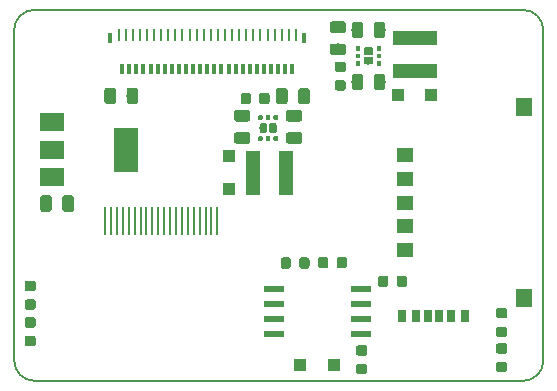
<source format=gtp>
G04 #@! TF.GenerationSoftware,KiCad,Pcbnew,5.1.4+dfsg1-1*
G04 #@! TF.CreationDate,2019-12-22T00:56:44+01:00*
G04 #@! TF.ProjectId,OtterScreen,4f747465-7253-4637-9265-656e2e6b6963,rev?*
G04 #@! TF.SameCoordinates,Original*
G04 #@! TF.FileFunction,Paste,Top*
G04 #@! TF.FilePolarity,Positive*
%FSLAX46Y46*%
G04 Gerber Fmt 4.6, Leading zero omitted, Abs format (unit mm)*
G04 Created by KiCad (PCBNEW 5.1.4+dfsg1-1) date 2019-12-22 00:56:44*
%MOMM*%
%LPD*%
G04 APERTURE LIST*
%ADD10C,0.150000*%
%ADD11C,0.100000*%
%ADD12C,0.875000*%
%ADD13C,0.375000*%
%ADD14C,0.640000*%
%ADD15C,0.975000*%
%ADD16R,2.000000X3.800000*%
%ADD17R,2.000000X1.500000*%
%ADD18R,0.280000X2.400000*%
%ADD19R,1.750000X0.550000*%
%ADD20R,1.400000X1.500000*%
%ADD21R,1.400000X1.200000*%
%ADD22R,3.700000X1.200000*%
%ADD23R,1.200000X3.700000*%
%ADD24R,1.100000X1.100000*%
%ADD25R,0.800000X1.000000*%
%ADD26R,0.700000X1.000000*%
%ADD27R,0.300000X0.950000*%
%ADD28R,0.260000X1.000000*%
%ADD29R,0.450000X0.900000*%
G04 APERTURE END LIST*
D10*
X164099999Y-114200001D02*
G75*
G02X165800000Y-115900000I1J-1700000D01*
G01*
X121000001Y-115900001D02*
G75*
G02X122700000Y-114200000I1700000J1D01*
G01*
X122700001Y-145599999D02*
G75*
G02X121000000Y-143900000I-1J1700000D01*
G01*
X165800000Y-143900000D02*
G75*
G02X164100000Y-145600000I-1700000J0D01*
G01*
X164100000Y-145600000D02*
X136200000Y-145600000D01*
X165800000Y-115900000D02*
X165800000Y-143900000D01*
X122700000Y-114200000D02*
X164099999Y-114200001D01*
X121000000Y-143900000D02*
X121000001Y-115900001D01*
X136200000Y-145600000D02*
X122700001Y-145599999D01*
D11*
G36*
X148877691Y-120151053D02*
G01*
X148898926Y-120154203D01*
X148919750Y-120159419D01*
X148939962Y-120166651D01*
X148959368Y-120175830D01*
X148977781Y-120186866D01*
X148995024Y-120199654D01*
X149010930Y-120214070D01*
X149025346Y-120229976D01*
X149038134Y-120247219D01*
X149049170Y-120265632D01*
X149058349Y-120285038D01*
X149065581Y-120305250D01*
X149070797Y-120326074D01*
X149073947Y-120347309D01*
X149075000Y-120368750D01*
X149075000Y-120806250D01*
X149073947Y-120827691D01*
X149070797Y-120848926D01*
X149065581Y-120869750D01*
X149058349Y-120889962D01*
X149049170Y-120909368D01*
X149038134Y-120927781D01*
X149025346Y-120945024D01*
X149010930Y-120960930D01*
X148995024Y-120975346D01*
X148977781Y-120988134D01*
X148959368Y-120999170D01*
X148939962Y-121008349D01*
X148919750Y-121015581D01*
X148898926Y-121020797D01*
X148877691Y-121023947D01*
X148856250Y-121025000D01*
X148343750Y-121025000D01*
X148322309Y-121023947D01*
X148301074Y-121020797D01*
X148280250Y-121015581D01*
X148260038Y-121008349D01*
X148240632Y-120999170D01*
X148222219Y-120988134D01*
X148204976Y-120975346D01*
X148189070Y-120960930D01*
X148174654Y-120945024D01*
X148161866Y-120927781D01*
X148150830Y-120909368D01*
X148141651Y-120889962D01*
X148134419Y-120869750D01*
X148129203Y-120848926D01*
X148126053Y-120827691D01*
X148125000Y-120806250D01*
X148125000Y-120368750D01*
X148126053Y-120347309D01*
X148129203Y-120326074D01*
X148134419Y-120305250D01*
X148141651Y-120285038D01*
X148150830Y-120265632D01*
X148161866Y-120247219D01*
X148174654Y-120229976D01*
X148189070Y-120214070D01*
X148204976Y-120199654D01*
X148222219Y-120186866D01*
X148240632Y-120175830D01*
X148260038Y-120166651D01*
X148280250Y-120159419D01*
X148301074Y-120154203D01*
X148322309Y-120151053D01*
X148343750Y-120150000D01*
X148856250Y-120150000D01*
X148877691Y-120151053D01*
X148877691Y-120151053D01*
G37*
D12*
X148600000Y-120587500D03*
D11*
G36*
X148877691Y-118576053D02*
G01*
X148898926Y-118579203D01*
X148919750Y-118584419D01*
X148939962Y-118591651D01*
X148959368Y-118600830D01*
X148977781Y-118611866D01*
X148995024Y-118624654D01*
X149010930Y-118639070D01*
X149025346Y-118654976D01*
X149038134Y-118672219D01*
X149049170Y-118690632D01*
X149058349Y-118710038D01*
X149065581Y-118730250D01*
X149070797Y-118751074D01*
X149073947Y-118772309D01*
X149075000Y-118793750D01*
X149075000Y-119231250D01*
X149073947Y-119252691D01*
X149070797Y-119273926D01*
X149065581Y-119294750D01*
X149058349Y-119314962D01*
X149049170Y-119334368D01*
X149038134Y-119352781D01*
X149025346Y-119370024D01*
X149010930Y-119385930D01*
X148995024Y-119400346D01*
X148977781Y-119413134D01*
X148959368Y-119424170D01*
X148939962Y-119433349D01*
X148919750Y-119440581D01*
X148898926Y-119445797D01*
X148877691Y-119448947D01*
X148856250Y-119450000D01*
X148343750Y-119450000D01*
X148322309Y-119448947D01*
X148301074Y-119445797D01*
X148280250Y-119440581D01*
X148260038Y-119433349D01*
X148240632Y-119424170D01*
X148222219Y-119413134D01*
X148204976Y-119400346D01*
X148189070Y-119385930D01*
X148174654Y-119370024D01*
X148161866Y-119352781D01*
X148150830Y-119334368D01*
X148141651Y-119314962D01*
X148134419Y-119294750D01*
X148129203Y-119273926D01*
X148126053Y-119252691D01*
X148125000Y-119231250D01*
X148125000Y-118793750D01*
X148126053Y-118772309D01*
X148129203Y-118751074D01*
X148134419Y-118730250D01*
X148141651Y-118710038D01*
X148150830Y-118690632D01*
X148161866Y-118672219D01*
X148174654Y-118654976D01*
X148189070Y-118639070D01*
X148204976Y-118624654D01*
X148222219Y-118611866D01*
X148240632Y-118600830D01*
X148260038Y-118591651D01*
X148280250Y-118584419D01*
X148301074Y-118579203D01*
X148322309Y-118576053D01*
X148343750Y-118575000D01*
X148856250Y-118575000D01*
X148877691Y-118576053D01*
X148877691Y-118576053D01*
G37*
D12*
X148600000Y-119012500D03*
D11*
G36*
X142427691Y-121226053D02*
G01*
X142448926Y-121229203D01*
X142469750Y-121234419D01*
X142489962Y-121241651D01*
X142509368Y-121250830D01*
X142527781Y-121261866D01*
X142545024Y-121274654D01*
X142560930Y-121289070D01*
X142575346Y-121304976D01*
X142588134Y-121322219D01*
X142599170Y-121340632D01*
X142608349Y-121360038D01*
X142615581Y-121380250D01*
X142620797Y-121401074D01*
X142623947Y-121422309D01*
X142625000Y-121443750D01*
X142625000Y-121956250D01*
X142623947Y-121977691D01*
X142620797Y-121998926D01*
X142615581Y-122019750D01*
X142608349Y-122039962D01*
X142599170Y-122059368D01*
X142588134Y-122077781D01*
X142575346Y-122095024D01*
X142560930Y-122110930D01*
X142545024Y-122125346D01*
X142527781Y-122138134D01*
X142509368Y-122149170D01*
X142489962Y-122158349D01*
X142469750Y-122165581D01*
X142448926Y-122170797D01*
X142427691Y-122173947D01*
X142406250Y-122175000D01*
X141968750Y-122175000D01*
X141947309Y-122173947D01*
X141926074Y-122170797D01*
X141905250Y-122165581D01*
X141885038Y-122158349D01*
X141865632Y-122149170D01*
X141847219Y-122138134D01*
X141829976Y-122125346D01*
X141814070Y-122110930D01*
X141799654Y-122095024D01*
X141786866Y-122077781D01*
X141775830Y-122059368D01*
X141766651Y-122039962D01*
X141759419Y-122019750D01*
X141754203Y-121998926D01*
X141751053Y-121977691D01*
X141750000Y-121956250D01*
X141750000Y-121443750D01*
X141751053Y-121422309D01*
X141754203Y-121401074D01*
X141759419Y-121380250D01*
X141766651Y-121360038D01*
X141775830Y-121340632D01*
X141786866Y-121322219D01*
X141799654Y-121304976D01*
X141814070Y-121289070D01*
X141829976Y-121274654D01*
X141847219Y-121261866D01*
X141865632Y-121250830D01*
X141885038Y-121241651D01*
X141905250Y-121234419D01*
X141926074Y-121229203D01*
X141947309Y-121226053D01*
X141968750Y-121225000D01*
X142406250Y-121225000D01*
X142427691Y-121226053D01*
X142427691Y-121226053D01*
G37*
D12*
X142187500Y-121700000D03*
D11*
G36*
X140852691Y-121226053D02*
G01*
X140873926Y-121229203D01*
X140894750Y-121234419D01*
X140914962Y-121241651D01*
X140934368Y-121250830D01*
X140952781Y-121261866D01*
X140970024Y-121274654D01*
X140985930Y-121289070D01*
X141000346Y-121304976D01*
X141013134Y-121322219D01*
X141024170Y-121340632D01*
X141033349Y-121360038D01*
X141040581Y-121380250D01*
X141045797Y-121401074D01*
X141048947Y-121422309D01*
X141050000Y-121443750D01*
X141050000Y-121956250D01*
X141048947Y-121977691D01*
X141045797Y-121998926D01*
X141040581Y-122019750D01*
X141033349Y-122039962D01*
X141024170Y-122059368D01*
X141013134Y-122077781D01*
X141000346Y-122095024D01*
X140985930Y-122110930D01*
X140970024Y-122125346D01*
X140952781Y-122138134D01*
X140934368Y-122149170D01*
X140914962Y-122158349D01*
X140894750Y-122165581D01*
X140873926Y-122170797D01*
X140852691Y-122173947D01*
X140831250Y-122175000D01*
X140393750Y-122175000D01*
X140372309Y-122173947D01*
X140351074Y-122170797D01*
X140330250Y-122165581D01*
X140310038Y-122158349D01*
X140290632Y-122149170D01*
X140272219Y-122138134D01*
X140254976Y-122125346D01*
X140239070Y-122110930D01*
X140224654Y-122095024D01*
X140211866Y-122077781D01*
X140200830Y-122059368D01*
X140191651Y-122039962D01*
X140184419Y-122019750D01*
X140179203Y-121998926D01*
X140176053Y-121977691D01*
X140175000Y-121956250D01*
X140175000Y-121443750D01*
X140176053Y-121422309D01*
X140179203Y-121401074D01*
X140184419Y-121380250D01*
X140191651Y-121360038D01*
X140200830Y-121340632D01*
X140211866Y-121322219D01*
X140224654Y-121304976D01*
X140239070Y-121289070D01*
X140254976Y-121274654D01*
X140272219Y-121261866D01*
X140290632Y-121250830D01*
X140310038Y-121241651D01*
X140330250Y-121234419D01*
X140351074Y-121229203D01*
X140372309Y-121226053D01*
X140393750Y-121225000D01*
X140831250Y-121225000D01*
X140852691Y-121226053D01*
X140852691Y-121226053D01*
G37*
D12*
X140612500Y-121700000D03*
D11*
G36*
X151990439Y-117250451D02*
G01*
X151999540Y-117251801D01*
X152008464Y-117254037D01*
X152017127Y-117257136D01*
X152025443Y-117261070D01*
X152033335Y-117265800D01*
X152040724Y-117271280D01*
X152047541Y-117277459D01*
X152053720Y-117284276D01*
X152059200Y-117291665D01*
X152063930Y-117299557D01*
X152067864Y-117307873D01*
X152070963Y-117316536D01*
X152073199Y-117325460D01*
X152074549Y-117334561D01*
X152075000Y-117343750D01*
X152075000Y-117556250D01*
X152074549Y-117565439D01*
X152073199Y-117574540D01*
X152070963Y-117583464D01*
X152067864Y-117592127D01*
X152063930Y-117600443D01*
X152059200Y-117608335D01*
X152053720Y-117615724D01*
X152047541Y-117622541D01*
X152040724Y-117628720D01*
X152033335Y-117634200D01*
X152025443Y-117638930D01*
X152017127Y-117642864D01*
X152008464Y-117645963D01*
X151999540Y-117648199D01*
X151990439Y-117649549D01*
X151981250Y-117650000D01*
X151793750Y-117650000D01*
X151784561Y-117649549D01*
X151775460Y-117648199D01*
X151766536Y-117645963D01*
X151757873Y-117642864D01*
X151749557Y-117638930D01*
X151741665Y-117634200D01*
X151734276Y-117628720D01*
X151727459Y-117622541D01*
X151721280Y-117615724D01*
X151715800Y-117608335D01*
X151711070Y-117600443D01*
X151707136Y-117592127D01*
X151704037Y-117583464D01*
X151701801Y-117574540D01*
X151700451Y-117565439D01*
X151700000Y-117556250D01*
X151700000Y-117343750D01*
X151700451Y-117334561D01*
X151701801Y-117325460D01*
X151704037Y-117316536D01*
X151707136Y-117307873D01*
X151711070Y-117299557D01*
X151715800Y-117291665D01*
X151721280Y-117284276D01*
X151727459Y-117277459D01*
X151734276Y-117271280D01*
X151741665Y-117265800D01*
X151749557Y-117261070D01*
X151757873Y-117257136D01*
X151766536Y-117254037D01*
X151775460Y-117251801D01*
X151784561Y-117250451D01*
X151793750Y-117250000D01*
X151981250Y-117250000D01*
X151990439Y-117250451D01*
X151990439Y-117250451D01*
G37*
D13*
X151887500Y-117450000D03*
D11*
G36*
X151990439Y-117900451D02*
G01*
X151999540Y-117901801D01*
X152008464Y-117904037D01*
X152017127Y-117907136D01*
X152025443Y-117911070D01*
X152033335Y-117915800D01*
X152040724Y-117921280D01*
X152047541Y-117927459D01*
X152053720Y-117934276D01*
X152059200Y-117941665D01*
X152063930Y-117949557D01*
X152067864Y-117957873D01*
X152070963Y-117966536D01*
X152073199Y-117975460D01*
X152074549Y-117984561D01*
X152075000Y-117993750D01*
X152075000Y-118206250D01*
X152074549Y-118215439D01*
X152073199Y-118224540D01*
X152070963Y-118233464D01*
X152067864Y-118242127D01*
X152063930Y-118250443D01*
X152059200Y-118258335D01*
X152053720Y-118265724D01*
X152047541Y-118272541D01*
X152040724Y-118278720D01*
X152033335Y-118284200D01*
X152025443Y-118288930D01*
X152017127Y-118292864D01*
X152008464Y-118295963D01*
X151999540Y-118298199D01*
X151990439Y-118299549D01*
X151981250Y-118300000D01*
X151793750Y-118300000D01*
X151784561Y-118299549D01*
X151775460Y-118298199D01*
X151766536Y-118295963D01*
X151757873Y-118292864D01*
X151749557Y-118288930D01*
X151741665Y-118284200D01*
X151734276Y-118278720D01*
X151727459Y-118272541D01*
X151721280Y-118265724D01*
X151715800Y-118258335D01*
X151711070Y-118250443D01*
X151707136Y-118242127D01*
X151704037Y-118233464D01*
X151701801Y-118224540D01*
X151700451Y-118215439D01*
X151700000Y-118206250D01*
X151700000Y-117993750D01*
X151700451Y-117984561D01*
X151701801Y-117975460D01*
X151704037Y-117966536D01*
X151707136Y-117957873D01*
X151711070Y-117949557D01*
X151715800Y-117941665D01*
X151721280Y-117934276D01*
X151727459Y-117927459D01*
X151734276Y-117921280D01*
X151741665Y-117915800D01*
X151749557Y-117911070D01*
X151757873Y-117907136D01*
X151766536Y-117904037D01*
X151775460Y-117901801D01*
X151784561Y-117900451D01*
X151793750Y-117900000D01*
X151981250Y-117900000D01*
X151990439Y-117900451D01*
X151990439Y-117900451D01*
G37*
D13*
X151887500Y-118100000D03*
D11*
G36*
X151990439Y-118550451D02*
G01*
X151999540Y-118551801D01*
X152008464Y-118554037D01*
X152017127Y-118557136D01*
X152025443Y-118561070D01*
X152033335Y-118565800D01*
X152040724Y-118571280D01*
X152047541Y-118577459D01*
X152053720Y-118584276D01*
X152059200Y-118591665D01*
X152063930Y-118599557D01*
X152067864Y-118607873D01*
X152070963Y-118616536D01*
X152073199Y-118625460D01*
X152074549Y-118634561D01*
X152075000Y-118643750D01*
X152075000Y-118856250D01*
X152074549Y-118865439D01*
X152073199Y-118874540D01*
X152070963Y-118883464D01*
X152067864Y-118892127D01*
X152063930Y-118900443D01*
X152059200Y-118908335D01*
X152053720Y-118915724D01*
X152047541Y-118922541D01*
X152040724Y-118928720D01*
X152033335Y-118934200D01*
X152025443Y-118938930D01*
X152017127Y-118942864D01*
X152008464Y-118945963D01*
X151999540Y-118948199D01*
X151990439Y-118949549D01*
X151981250Y-118950000D01*
X151793750Y-118950000D01*
X151784561Y-118949549D01*
X151775460Y-118948199D01*
X151766536Y-118945963D01*
X151757873Y-118942864D01*
X151749557Y-118938930D01*
X151741665Y-118934200D01*
X151734276Y-118928720D01*
X151727459Y-118922541D01*
X151721280Y-118915724D01*
X151715800Y-118908335D01*
X151711070Y-118900443D01*
X151707136Y-118892127D01*
X151704037Y-118883464D01*
X151701801Y-118874540D01*
X151700451Y-118865439D01*
X151700000Y-118856250D01*
X151700000Y-118643750D01*
X151700451Y-118634561D01*
X151701801Y-118625460D01*
X151704037Y-118616536D01*
X151707136Y-118607873D01*
X151711070Y-118599557D01*
X151715800Y-118591665D01*
X151721280Y-118584276D01*
X151727459Y-118577459D01*
X151734276Y-118571280D01*
X151741665Y-118565800D01*
X151749557Y-118561070D01*
X151757873Y-118557136D01*
X151766536Y-118554037D01*
X151775460Y-118551801D01*
X151784561Y-118550451D01*
X151793750Y-118550000D01*
X151981250Y-118550000D01*
X151990439Y-118550451D01*
X151990439Y-118550451D01*
G37*
D13*
X151887500Y-118750000D03*
D11*
G36*
X150215439Y-118550451D02*
G01*
X150224540Y-118551801D01*
X150233464Y-118554037D01*
X150242127Y-118557136D01*
X150250443Y-118561070D01*
X150258335Y-118565800D01*
X150265724Y-118571280D01*
X150272541Y-118577459D01*
X150278720Y-118584276D01*
X150284200Y-118591665D01*
X150288930Y-118599557D01*
X150292864Y-118607873D01*
X150295963Y-118616536D01*
X150298199Y-118625460D01*
X150299549Y-118634561D01*
X150300000Y-118643750D01*
X150300000Y-118856250D01*
X150299549Y-118865439D01*
X150298199Y-118874540D01*
X150295963Y-118883464D01*
X150292864Y-118892127D01*
X150288930Y-118900443D01*
X150284200Y-118908335D01*
X150278720Y-118915724D01*
X150272541Y-118922541D01*
X150265724Y-118928720D01*
X150258335Y-118934200D01*
X150250443Y-118938930D01*
X150242127Y-118942864D01*
X150233464Y-118945963D01*
X150224540Y-118948199D01*
X150215439Y-118949549D01*
X150206250Y-118950000D01*
X150018750Y-118950000D01*
X150009561Y-118949549D01*
X150000460Y-118948199D01*
X149991536Y-118945963D01*
X149982873Y-118942864D01*
X149974557Y-118938930D01*
X149966665Y-118934200D01*
X149959276Y-118928720D01*
X149952459Y-118922541D01*
X149946280Y-118915724D01*
X149940800Y-118908335D01*
X149936070Y-118900443D01*
X149932136Y-118892127D01*
X149929037Y-118883464D01*
X149926801Y-118874540D01*
X149925451Y-118865439D01*
X149925000Y-118856250D01*
X149925000Y-118643750D01*
X149925451Y-118634561D01*
X149926801Y-118625460D01*
X149929037Y-118616536D01*
X149932136Y-118607873D01*
X149936070Y-118599557D01*
X149940800Y-118591665D01*
X149946280Y-118584276D01*
X149952459Y-118577459D01*
X149959276Y-118571280D01*
X149966665Y-118565800D01*
X149974557Y-118561070D01*
X149982873Y-118557136D01*
X149991536Y-118554037D01*
X150000460Y-118551801D01*
X150009561Y-118550451D01*
X150018750Y-118550000D01*
X150206250Y-118550000D01*
X150215439Y-118550451D01*
X150215439Y-118550451D01*
G37*
D13*
X150112500Y-118750000D03*
D11*
G36*
X150215439Y-117900451D02*
G01*
X150224540Y-117901801D01*
X150233464Y-117904037D01*
X150242127Y-117907136D01*
X150250443Y-117911070D01*
X150258335Y-117915800D01*
X150265724Y-117921280D01*
X150272541Y-117927459D01*
X150278720Y-117934276D01*
X150284200Y-117941665D01*
X150288930Y-117949557D01*
X150292864Y-117957873D01*
X150295963Y-117966536D01*
X150298199Y-117975460D01*
X150299549Y-117984561D01*
X150300000Y-117993750D01*
X150300000Y-118206250D01*
X150299549Y-118215439D01*
X150298199Y-118224540D01*
X150295963Y-118233464D01*
X150292864Y-118242127D01*
X150288930Y-118250443D01*
X150284200Y-118258335D01*
X150278720Y-118265724D01*
X150272541Y-118272541D01*
X150265724Y-118278720D01*
X150258335Y-118284200D01*
X150250443Y-118288930D01*
X150242127Y-118292864D01*
X150233464Y-118295963D01*
X150224540Y-118298199D01*
X150215439Y-118299549D01*
X150206250Y-118300000D01*
X150018750Y-118300000D01*
X150009561Y-118299549D01*
X150000460Y-118298199D01*
X149991536Y-118295963D01*
X149982873Y-118292864D01*
X149974557Y-118288930D01*
X149966665Y-118284200D01*
X149959276Y-118278720D01*
X149952459Y-118272541D01*
X149946280Y-118265724D01*
X149940800Y-118258335D01*
X149936070Y-118250443D01*
X149932136Y-118242127D01*
X149929037Y-118233464D01*
X149926801Y-118224540D01*
X149925451Y-118215439D01*
X149925000Y-118206250D01*
X149925000Y-117993750D01*
X149925451Y-117984561D01*
X149926801Y-117975460D01*
X149929037Y-117966536D01*
X149932136Y-117957873D01*
X149936070Y-117949557D01*
X149940800Y-117941665D01*
X149946280Y-117934276D01*
X149952459Y-117927459D01*
X149959276Y-117921280D01*
X149966665Y-117915800D01*
X149974557Y-117911070D01*
X149982873Y-117907136D01*
X149991536Y-117904037D01*
X150000460Y-117901801D01*
X150009561Y-117900451D01*
X150018750Y-117900000D01*
X150206250Y-117900000D01*
X150215439Y-117900451D01*
X150215439Y-117900451D01*
G37*
D13*
X150112500Y-118100000D03*
D11*
G36*
X150215439Y-117250451D02*
G01*
X150224540Y-117251801D01*
X150233464Y-117254037D01*
X150242127Y-117257136D01*
X150250443Y-117261070D01*
X150258335Y-117265800D01*
X150265724Y-117271280D01*
X150272541Y-117277459D01*
X150278720Y-117284276D01*
X150284200Y-117291665D01*
X150288930Y-117299557D01*
X150292864Y-117307873D01*
X150295963Y-117316536D01*
X150298199Y-117325460D01*
X150299549Y-117334561D01*
X150300000Y-117343750D01*
X150300000Y-117556250D01*
X150299549Y-117565439D01*
X150298199Y-117574540D01*
X150295963Y-117583464D01*
X150292864Y-117592127D01*
X150288930Y-117600443D01*
X150284200Y-117608335D01*
X150278720Y-117615724D01*
X150272541Y-117622541D01*
X150265724Y-117628720D01*
X150258335Y-117634200D01*
X150250443Y-117638930D01*
X150242127Y-117642864D01*
X150233464Y-117645963D01*
X150224540Y-117648199D01*
X150215439Y-117649549D01*
X150206250Y-117650000D01*
X150018750Y-117650000D01*
X150009561Y-117649549D01*
X150000460Y-117648199D01*
X149991536Y-117645963D01*
X149982873Y-117642864D01*
X149974557Y-117638930D01*
X149966665Y-117634200D01*
X149959276Y-117628720D01*
X149952459Y-117622541D01*
X149946280Y-117615724D01*
X149940800Y-117608335D01*
X149936070Y-117600443D01*
X149932136Y-117592127D01*
X149929037Y-117583464D01*
X149926801Y-117574540D01*
X149925451Y-117565439D01*
X149925000Y-117556250D01*
X149925000Y-117343750D01*
X149925451Y-117334561D01*
X149926801Y-117325460D01*
X149929037Y-117316536D01*
X149932136Y-117307873D01*
X149936070Y-117299557D01*
X149940800Y-117291665D01*
X149946280Y-117284276D01*
X149952459Y-117277459D01*
X149959276Y-117271280D01*
X149966665Y-117265800D01*
X149974557Y-117261070D01*
X149982873Y-117257136D01*
X149991536Y-117254037D01*
X150000460Y-117251801D01*
X150009561Y-117250451D01*
X150018750Y-117250000D01*
X150206250Y-117250000D01*
X150215439Y-117250451D01*
X150215439Y-117250451D01*
G37*
D13*
X150112500Y-117450000D03*
D11*
G36*
X151260683Y-118180770D02*
G01*
X151276214Y-118183074D01*
X151291446Y-118186890D01*
X151306229Y-118192179D01*
X151320423Y-118198893D01*
X151333891Y-118206965D01*
X151346503Y-118216318D01*
X151358137Y-118226863D01*
X151368682Y-118238497D01*
X151378035Y-118251109D01*
X151386107Y-118264577D01*
X151392821Y-118278771D01*
X151398110Y-118293554D01*
X151401926Y-118308786D01*
X151404230Y-118324317D01*
X151405000Y-118340000D01*
X151405000Y-118660000D01*
X151404230Y-118675683D01*
X151401926Y-118691214D01*
X151398110Y-118706446D01*
X151392821Y-118721229D01*
X151386107Y-118735423D01*
X151378035Y-118748891D01*
X151368682Y-118761503D01*
X151358137Y-118773137D01*
X151346503Y-118783682D01*
X151333891Y-118793035D01*
X151320423Y-118801107D01*
X151306229Y-118807821D01*
X151291446Y-118813110D01*
X151276214Y-118816926D01*
X151260683Y-118819230D01*
X151245000Y-118820000D01*
X150755000Y-118820000D01*
X150739317Y-118819230D01*
X150723786Y-118816926D01*
X150708554Y-118813110D01*
X150693771Y-118807821D01*
X150679577Y-118801107D01*
X150666109Y-118793035D01*
X150653497Y-118783682D01*
X150641863Y-118773137D01*
X150631318Y-118761503D01*
X150621965Y-118748891D01*
X150613893Y-118735423D01*
X150607179Y-118721229D01*
X150601890Y-118706446D01*
X150598074Y-118691214D01*
X150595770Y-118675683D01*
X150595000Y-118660000D01*
X150595000Y-118340000D01*
X150595770Y-118324317D01*
X150598074Y-118308786D01*
X150601890Y-118293554D01*
X150607179Y-118278771D01*
X150613893Y-118264577D01*
X150621965Y-118251109D01*
X150631318Y-118238497D01*
X150641863Y-118226863D01*
X150653497Y-118216318D01*
X150666109Y-118206965D01*
X150679577Y-118198893D01*
X150693771Y-118192179D01*
X150708554Y-118186890D01*
X150723786Y-118183074D01*
X150739317Y-118180770D01*
X150755000Y-118180000D01*
X151245000Y-118180000D01*
X151260683Y-118180770D01*
X151260683Y-118180770D01*
G37*
D14*
X151000000Y-118500000D03*
D11*
G36*
X151260683Y-117380770D02*
G01*
X151276214Y-117383074D01*
X151291446Y-117386890D01*
X151306229Y-117392179D01*
X151320423Y-117398893D01*
X151333891Y-117406965D01*
X151346503Y-117416318D01*
X151358137Y-117426863D01*
X151368682Y-117438497D01*
X151378035Y-117451109D01*
X151386107Y-117464577D01*
X151392821Y-117478771D01*
X151398110Y-117493554D01*
X151401926Y-117508786D01*
X151404230Y-117524317D01*
X151405000Y-117540000D01*
X151405000Y-117860000D01*
X151404230Y-117875683D01*
X151401926Y-117891214D01*
X151398110Y-117906446D01*
X151392821Y-117921229D01*
X151386107Y-117935423D01*
X151378035Y-117948891D01*
X151368682Y-117961503D01*
X151358137Y-117973137D01*
X151346503Y-117983682D01*
X151333891Y-117993035D01*
X151320423Y-118001107D01*
X151306229Y-118007821D01*
X151291446Y-118013110D01*
X151276214Y-118016926D01*
X151260683Y-118019230D01*
X151245000Y-118020000D01*
X150755000Y-118020000D01*
X150739317Y-118019230D01*
X150723786Y-118016926D01*
X150708554Y-118013110D01*
X150693771Y-118007821D01*
X150679577Y-118001107D01*
X150666109Y-117993035D01*
X150653497Y-117983682D01*
X150641863Y-117973137D01*
X150631318Y-117961503D01*
X150621965Y-117948891D01*
X150613893Y-117935423D01*
X150607179Y-117921229D01*
X150601890Y-117906446D01*
X150598074Y-117891214D01*
X150595770Y-117875683D01*
X150595000Y-117860000D01*
X150595000Y-117540000D01*
X150595770Y-117524317D01*
X150598074Y-117508786D01*
X150601890Y-117493554D01*
X150607179Y-117478771D01*
X150613893Y-117464577D01*
X150621965Y-117451109D01*
X150631318Y-117438497D01*
X150641863Y-117426863D01*
X150653497Y-117416318D01*
X150666109Y-117406965D01*
X150679577Y-117398893D01*
X150693771Y-117392179D01*
X150708554Y-117386890D01*
X150723786Y-117383074D01*
X150739317Y-117380770D01*
X150755000Y-117380000D01*
X151245000Y-117380000D01*
X151260683Y-117380770D01*
X151260683Y-117380770D01*
G37*
D14*
X151000000Y-117700000D03*
D11*
G36*
X143075683Y-123795770D02*
G01*
X143091214Y-123798074D01*
X143106446Y-123801890D01*
X143121229Y-123807179D01*
X143135423Y-123813893D01*
X143148891Y-123821965D01*
X143161503Y-123831318D01*
X143173137Y-123841863D01*
X143183682Y-123853497D01*
X143193035Y-123866109D01*
X143201107Y-123879577D01*
X143207821Y-123893771D01*
X143213110Y-123908554D01*
X143216926Y-123923786D01*
X143219230Y-123939317D01*
X143220000Y-123955000D01*
X143220000Y-124445000D01*
X143219230Y-124460683D01*
X143216926Y-124476214D01*
X143213110Y-124491446D01*
X143207821Y-124506229D01*
X143201107Y-124520423D01*
X143193035Y-124533891D01*
X143183682Y-124546503D01*
X143173137Y-124558137D01*
X143161503Y-124568682D01*
X143148891Y-124578035D01*
X143135423Y-124586107D01*
X143121229Y-124592821D01*
X143106446Y-124598110D01*
X143091214Y-124601926D01*
X143075683Y-124604230D01*
X143060000Y-124605000D01*
X142740000Y-124605000D01*
X142724317Y-124604230D01*
X142708786Y-124601926D01*
X142693554Y-124598110D01*
X142678771Y-124592821D01*
X142664577Y-124586107D01*
X142651109Y-124578035D01*
X142638497Y-124568682D01*
X142626863Y-124558137D01*
X142616318Y-124546503D01*
X142606965Y-124533891D01*
X142598893Y-124520423D01*
X142592179Y-124506229D01*
X142586890Y-124491446D01*
X142583074Y-124476214D01*
X142580770Y-124460683D01*
X142580000Y-124445000D01*
X142580000Y-123955000D01*
X142580770Y-123939317D01*
X142583074Y-123923786D01*
X142586890Y-123908554D01*
X142592179Y-123893771D01*
X142598893Y-123879577D01*
X142606965Y-123866109D01*
X142616318Y-123853497D01*
X142626863Y-123841863D01*
X142638497Y-123831318D01*
X142651109Y-123821965D01*
X142664577Y-123813893D01*
X142678771Y-123807179D01*
X142693554Y-123801890D01*
X142708786Y-123798074D01*
X142724317Y-123795770D01*
X142740000Y-123795000D01*
X143060000Y-123795000D01*
X143075683Y-123795770D01*
X143075683Y-123795770D01*
G37*
D14*
X142900000Y-124200000D03*
D11*
G36*
X142275683Y-123795770D02*
G01*
X142291214Y-123798074D01*
X142306446Y-123801890D01*
X142321229Y-123807179D01*
X142335423Y-123813893D01*
X142348891Y-123821965D01*
X142361503Y-123831318D01*
X142373137Y-123841863D01*
X142383682Y-123853497D01*
X142393035Y-123866109D01*
X142401107Y-123879577D01*
X142407821Y-123893771D01*
X142413110Y-123908554D01*
X142416926Y-123923786D01*
X142419230Y-123939317D01*
X142420000Y-123955000D01*
X142420000Y-124445000D01*
X142419230Y-124460683D01*
X142416926Y-124476214D01*
X142413110Y-124491446D01*
X142407821Y-124506229D01*
X142401107Y-124520423D01*
X142393035Y-124533891D01*
X142383682Y-124546503D01*
X142373137Y-124558137D01*
X142361503Y-124568682D01*
X142348891Y-124578035D01*
X142335423Y-124586107D01*
X142321229Y-124592821D01*
X142306446Y-124598110D01*
X142291214Y-124601926D01*
X142275683Y-124604230D01*
X142260000Y-124605000D01*
X141940000Y-124605000D01*
X141924317Y-124604230D01*
X141908786Y-124601926D01*
X141893554Y-124598110D01*
X141878771Y-124592821D01*
X141864577Y-124586107D01*
X141851109Y-124578035D01*
X141838497Y-124568682D01*
X141826863Y-124558137D01*
X141816318Y-124546503D01*
X141806965Y-124533891D01*
X141798893Y-124520423D01*
X141792179Y-124506229D01*
X141786890Y-124491446D01*
X141783074Y-124476214D01*
X141780770Y-124460683D01*
X141780000Y-124445000D01*
X141780000Y-123955000D01*
X141780770Y-123939317D01*
X141783074Y-123923786D01*
X141786890Y-123908554D01*
X141792179Y-123893771D01*
X141798893Y-123879577D01*
X141806965Y-123866109D01*
X141816318Y-123853497D01*
X141826863Y-123841863D01*
X141838497Y-123831318D01*
X141851109Y-123821965D01*
X141864577Y-123813893D01*
X141878771Y-123807179D01*
X141893554Y-123801890D01*
X141908786Y-123798074D01*
X141924317Y-123795770D01*
X141940000Y-123795000D01*
X142260000Y-123795000D01*
X142275683Y-123795770D01*
X142275683Y-123795770D01*
G37*
D14*
X142100000Y-124200000D03*
D11*
G36*
X143265439Y-123125451D02*
G01*
X143274540Y-123126801D01*
X143283464Y-123129037D01*
X143292127Y-123132136D01*
X143300443Y-123136070D01*
X143308335Y-123140800D01*
X143315724Y-123146280D01*
X143322541Y-123152459D01*
X143328720Y-123159276D01*
X143334200Y-123166665D01*
X143338930Y-123174557D01*
X143342864Y-123182873D01*
X143345963Y-123191536D01*
X143348199Y-123200460D01*
X143349549Y-123209561D01*
X143350000Y-123218750D01*
X143350000Y-123406250D01*
X143349549Y-123415439D01*
X143348199Y-123424540D01*
X143345963Y-123433464D01*
X143342864Y-123442127D01*
X143338930Y-123450443D01*
X143334200Y-123458335D01*
X143328720Y-123465724D01*
X143322541Y-123472541D01*
X143315724Y-123478720D01*
X143308335Y-123484200D01*
X143300443Y-123488930D01*
X143292127Y-123492864D01*
X143283464Y-123495963D01*
X143274540Y-123498199D01*
X143265439Y-123499549D01*
X143256250Y-123500000D01*
X143043750Y-123500000D01*
X143034561Y-123499549D01*
X143025460Y-123498199D01*
X143016536Y-123495963D01*
X143007873Y-123492864D01*
X142999557Y-123488930D01*
X142991665Y-123484200D01*
X142984276Y-123478720D01*
X142977459Y-123472541D01*
X142971280Y-123465724D01*
X142965800Y-123458335D01*
X142961070Y-123450443D01*
X142957136Y-123442127D01*
X142954037Y-123433464D01*
X142951801Y-123424540D01*
X142950451Y-123415439D01*
X142950000Y-123406250D01*
X142950000Y-123218750D01*
X142950451Y-123209561D01*
X142951801Y-123200460D01*
X142954037Y-123191536D01*
X142957136Y-123182873D01*
X142961070Y-123174557D01*
X142965800Y-123166665D01*
X142971280Y-123159276D01*
X142977459Y-123152459D01*
X142984276Y-123146280D01*
X142991665Y-123140800D01*
X142999557Y-123136070D01*
X143007873Y-123132136D01*
X143016536Y-123129037D01*
X143025460Y-123126801D01*
X143034561Y-123125451D01*
X143043750Y-123125000D01*
X143256250Y-123125000D01*
X143265439Y-123125451D01*
X143265439Y-123125451D01*
G37*
D13*
X143150000Y-123312500D03*
D11*
G36*
X142615439Y-123125451D02*
G01*
X142624540Y-123126801D01*
X142633464Y-123129037D01*
X142642127Y-123132136D01*
X142650443Y-123136070D01*
X142658335Y-123140800D01*
X142665724Y-123146280D01*
X142672541Y-123152459D01*
X142678720Y-123159276D01*
X142684200Y-123166665D01*
X142688930Y-123174557D01*
X142692864Y-123182873D01*
X142695963Y-123191536D01*
X142698199Y-123200460D01*
X142699549Y-123209561D01*
X142700000Y-123218750D01*
X142700000Y-123406250D01*
X142699549Y-123415439D01*
X142698199Y-123424540D01*
X142695963Y-123433464D01*
X142692864Y-123442127D01*
X142688930Y-123450443D01*
X142684200Y-123458335D01*
X142678720Y-123465724D01*
X142672541Y-123472541D01*
X142665724Y-123478720D01*
X142658335Y-123484200D01*
X142650443Y-123488930D01*
X142642127Y-123492864D01*
X142633464Y-123495963D01*
X142624540Y-123498199D01*
X142615439Y-123499549D01*
X142606250Y-123500000D01*
X142393750Y-123500000D01*
X142384561Y-123499549D01*
X142375460Y-123498199D01*
X142366536Y-123495963D01*
X142357873Y-123492864D01*
X142349557Y-123488930D01*
X142341665Y-123484200D01*
X142334276Y-123478720D01*
X142327459Y-123472541D01*
X142321280Y-123465724D01*
X142315800Y-123458335D01*
X142311070Y-123450443D01*
X142307136Y-123442127D01*
X142304037Y-123433464D01*
X142301801Y-123424540D01*
X142300451Y-123415439D01*
X142300000Y-123406250D01*
X142300000Y-123218750D01*
X142300451Y-123209561D01*
X142301801Y-123200460D01*
X142304037Y-123191536D01*
X142307136Y-123182873D01*
X142311070Y-123174557D01*
X142315800Y-123166665D01*
X142321280Y-123159276D01*
X142327459Y-123152459D01*
X142334276Y-123146280D01*
X142341665Y-123140800D01*
X142349557Y-123136070D01*
X142357873Y-123132136D01*
X142366536Y-123129037D01*
X142375460Y-123126801D01*
X142384561Y-123125451D01*
X142393750Y-123125000D01*
X142606250Y-123125000D01*
X142615439Y-123125451D01*
X142615439Y-123125451D01*
G37*
D13*
X142500000Y-123312500D03*
D11*
G36*
X141965439Y-123125451D02*
G01*
X141974540Y-123126801D01*
X141983464Y-123129037D01*
X141992127Y-123132136D01*
X142000443Y-123136070D01*
X142008335Y-123140800D01*
X142015724Y-123146280D01*
X142022541Y-123152459D01*
X142028720Y-123159276D01*
X142034200Y-123166665D01*
X142038930Y-123174557D01*
X142042864Y-123182873D01*
X142045963Y-123191536D01*
X142048199Y-123200460D01*
X142049549Y-123209561D01*
X142050000Y-123218750D01*
X142050000Y-123406250D01*
X142049549Y-123415439D01*
X142048199Y-123424540D01*
X142045963Y-123433464D01*
X142042864Y-123442127D01*
X142038930Y-123450443D01*
X142034200Y-123458335D01*
X142028720Y-123465724D01*
X142022541Y-123472541D01*
X142015724Y-123478720D01*
X142008335Y-123484200D01*
X142000443Y-123488930D01*
X141992127Y-123492864D01*
X141983464Y-123495963D01*
X141974540Y-123498199D01*
X141965439Y-123499549D01*
X141956250Y-123500000D01*
X141743750Y-123500000D01*
X141734561Y-123499549D01*
X141725460Y-123498199D01*
X141716536Y-123495963D01*
X141707873Y-123492864D01*
X141699557Y-123488930D01*
X141691665Y-123484200D01*
X141684276Y-123478720D01*
X141677459Y-123472541D01*
X141671280Y-123465724D01*
X141665800Y-123458335D01*
X141661070Y-123450443D01*
X141657136Y-123442127D01*
X141654037Y-123433464D01*
X141651801Y-123424540D01*
X141650451Y-123415439D01*
X141650000Y-123406250D01*
X141650000Y-123218750D01*
X141650451Y-123209561D01*
X141651801Y-123200460D01*
X141654037Y-123191536D01*
X141657136Y-123182873D01*
X141661070Y-123174557D01*
X141665800Y-123166665D01*
X141671280Y-123159276D01*
X141677459Y-123152459D01*
X141684276Y-123146280D01*
X141691665Y-123140800D01*
X141699557Y-123136070D01*
X141707873Y-123132136D01*
X141716536Y-123129037D01*
X141725460Y-123126801D01*
X141734561Y-123125451D01*
X141743750Y-123125000D01*
X141956250Y-123125000D01*
X141965439Y-123125451D01*
X141965439Y-123125451D01*
G37*
D13*
X141850000Y-123312500D03*
D11*
G36*
X141965439Y-124900451D02*
G01*
X141974540Y-124901801D01*
X141983464Y-124904037D01*
X141992127Y-124907136D01*
X142000443Y-124911070D01*
X142008335Y-124915800D01*
X142015724Y-124921280D01*
X142022541Y-124927459D01*
X142028720Y-124934276D01*
X142034200Y-124941665D01*
X142038930Y-124949557D01*
X142042864Y-124957873D01*
X142045963Y-124966536D01*
X142048199Y-124975460D01*
X142049549Y-124984561D01*
X142050000Y-124993750D01*
X142050000Y-125181250D01*
X142049549Y-125190439D01*
X142048199Y-125199540D01*
X142045963Y-125208464D01*
X142042864Y-125217127D01*
X142038930Y-125225443D01*
X142034200Y-125233335D01*
X142028720Y-125240724D01*
X142022541Y-125247541D01*
X142015724Y-125253720D01*
X142008335Y-125259200D01*
X142000443Y-125263930D01*
X141992127Y-125267864D01*
X141983464Y-125270963D01*
X141974540Y-125273199D01*
X141965439Y-125274549D01*
X141956250Y-125275000D01*
X141743750Y-125275000D01*
X141734561Y-125274549D01*
X141725460Y-125273199D01*
X141716536Y-125270963D01*
X141707873Y-125267864D01*
X141699557Y-125263930D01*
X141691665Y-125259200D01*
X141684276Y-125253720D01*
X141677459Y-125247541D01*
X141671280Y-125240724D01*
X141665800Y-125233335D01*
X141661070Y-125225443D01*
X141657136Y-125217127D01*
X141654037Y-125208464D01*
X141651801Y-125199540D01*
X141650451Y-125190439D01*
X141650000Y-125181250D01*
X141650000Y-124993750D01*
X141650451Y-124984561D01*
X141651801Y-124975460D01*
X141654037Y-124966536D01*
X141657136Y-124957873D01*
X141661070Y-124949557D01*
X141665800Y-124941665D01*
X141671280Y-124934276D01*
X141677459Y-124927459D01*
X141684276Y-124921280D01*
X141691665Y-124915800D01*
X141699557Y-124911070D01*
X141707873Y-124907136D01*
X141716536Y-124904037D01*
X141725460Y-124901801D01*
X141734561Y-124900451D01*
X141743750Y-124900000D01*
X141956250Y-124900000D01*
X141965439Y-124900451D01*
X141965439Y-124900451D01*
G37*
D13*
X141850000Y-125087500D03*
D11*
G36*
X142615439Y-124900451D02*
G01*
X142624540Y-124901801D01*
X142633464Y-124904037D01*
X142642127Y-124907136D01*
X142650443Y-124911070D01*
X142658335Y-124915800D01*
X142665724Y-124921280D01*
X142672541Y-124927459D01*
X142678720Y-124934276D01*
X142684200Y-124941665D01*
X142688930Y-124949557D01*
X142692864Y-124957873D01*
X142695963Y-124966536D01*
X142698199Y-124975460D01*
X142699549Y-124984561D01*
X142700000Y-124993750D01*
X142700000Y-125181250D01*
X142699549Y-125190439D01*
X142698199Y-125199540D01*
X142695963Y-125208464D01*
X142692864Y-125217127D01*
X142688930Y-125225443D01*
X142684200Y-125233335D01*
X142678720Y-125240724D01*
X142672541Y-125247541D01*
X142665724Y-125253720D01*
X142658335Y-125259200D01*
X142650443Y-125263930D01*
X142642127Y-125267864D01*
X142633464Y-125270963D01*
X142624540Y-125273199D01*
X142615439Y-125274549D01*
X142606250Y-125275000D01*
X142393750Y-125275000D01*
X142384561Y-125274549D01*
X142375460Y-125273199D01*
X142366536Y-125270963D01*
X142357873Y-125267864D01*
X142349557Y-125263930D01*
X142341665Y-125259200D01*
X142334276Y-125253720D01*
X142327459Y-125247541D01*
X142321280Y-125240724D01*
X142315800Y-125233335D01*
X142311070Y-125225443D01*
X142307136Y-125217127D01*
X142304037Y-125208464D01*
X142301801Y-125199540D01*
X142300451Y-125190439D01*
X142300000Y-125181250D01*
X142300000Y-124993750D01*
X142300451Y-124984561D01*
X142301801Y-124975460D01*
X142304037Y-124966536D01*
X142307136Y-124957873D01*
X142311070Y-124949557D01*
X142315800Y-124941665D01*
X142321280Y-124934276D01*
X142327459Y-124927459D01*
X142334276Y-124921280D01*
X142341665Y-124915800D01*
X142349557Y-124911070D01*
X142357873Y-124907136D01*
X142366536Y-124904037D01*
X142375460Y-124901801D01*
X142384561Y-124900451D01*
X142393750Y-124900000D01*
X142606250Y-124900000D01*
X142615439Y-124900451D01*
X142615439Y-124900451D01*
G37*
D13*
X142500000Y-125087500D03*
D11*
G36*
X143265439Y-124900451D02*
G01*
X143274540Y-124901801D01*
X143283464Y-124904037D01*
X143292127Y-124907136D01*
X143300443Y-124911070D01*
X143308335Y-124915800D01*
X143315724Y-124921280D01*
X143322541Y-124927459D01*
X143328720Y-124934276D01*
X143334200Y-124941665D01*
X143338930Y-124949557D01*
X143342864Y-124957873D01*
X143345963Y-124966536D01*
X143348199Y-124975460D01*
X143349549Y-124984561D01*
X143350000Y-124993750D01*
X143350000Y-125181250D01*
X143349549Y-125190439D01*
X143348199Y-125199540D01*
X143345963Y-125208464D01*
X143342864Y-125217127D01*
X143338930Y-125225443D01*
X143334200Y-125233335D01*
X143328720Y-125240724D01*
X143322541Y-125247541D01*
X143315724Y-125253720D01*
X143308335Y-125259200D01*
X143300443Y-125263930D01*
X143292127Y-125267864D01*
X143283464Y-125270963D01*
X143274540Y-125273199D01*
X143265439Y-125274549D01*
X143256250Y-125275000D01*
X143043750Y-125275000D01*
X143034561Y-125274549D01*
X143025460Y-125273199D01*
X143016536Y-125270963D01*
X143007873Y-125267864D01*
X142999557Y-125263930D01*
X142991665Y-125259200D01*
X142984276Y-125253720D01*
X142977459Y-125247541D01*
X142971280Y-125240724D01*
X142965800Y-125233335D01*
X142961070Y-125225443D01*
X142957136Y-125217127D01*
X142954037Y-125208464D01*
X142951801Y-125199540D01*
X142950451Y-125190439D01*
X142950000Y-125181250D01*
X142950000Y-124993750D01*
X142950451Y-124984561D01*
X142951801Y-124975460D01*
X142954037Y-124966536D01*
X142957136Y-124957873D01*
X142961070Y-124949557D01*
X142965800Y-124941665D01*
X142971280Y-124934276D01*
X142977459Y-124927459D01*
X142984276Y-124921280D01*
X142991665Y-124915800D01*
X142999557Y-124911070D01*
X143007873Y-124907136D01*
X143016536Y-124904037D01*
X143025460Y-124901801D01*
X143034561Y-124900451D01*
X143043750Y-124900000D01*
X143256250Y-124900000D01*
X143265439Y-124900451D01*
X143265439Y-124900451D01*
G37*
D13*
X143150000Y-125087500D03*
D11*
G36*
X123960142Y-129901174D02*
G01*
X123983803Y-129904684D01*
X124007007Y-129910496D01*
X124029529Y-129918554D01*
X124051153Y-129928782D01*
X124071670Y-129941079D01*
X124090883Y-129955329D01*
X124108607Y-129971393D01*
X124124671Y-129989117D01*
X124138921Y-130008330D01*
X124151218Y-130028847D01*
X124161446Y-130050471D01*
X124169504Y-130072993D01*
X124175316Y-130096197D01*
X124178826Y-130119858D01*
X124180000Y-130143750D01*
X124180000Y-131056250D01*
X124178826Y-131080142D01*
X124175316Y-131103803D01*
X124169504Y-131127007D01*
X124161446Y-131149529D01*
X124151218Y-131171153D01*
X124138921Y-131191670D01*
X124124671Y-131210883D01*
X124108607Y-131228607D01*
X124090883Y-131244671D01*
X124071670Y-131258921D01*
X124051153Y-131271218D01*
X124029529Y-131281446D01*
X124007007Y-131289504D01*
X123983803Y-131295316D01*
X123960142Y-131298826D01*
X123936250Y-131300000D01*
X123448750Y-131300000D01*
X123424858Y-131298826D01*
X123401197Y-131295316D01*
X123377993Y-131289504D01*
X123355471Y-131281446D01*
X123333847Y-131271218D01*
X123313330Y-131258921D01*
X123294117Y-131244671D01*
X123276393Y-131228607D01*
X123260329Y-131210883D01*
X123246079Y-131191670D01*
X123233782Y-131171153D01*
X123223554Y-131149529D01*
X123215496Y-131127007D01*
X123209684Y-131103803D01*
X123206174Y-131080142D01*
X123205000Y-131056250D01*
X123205000Y-130143750D01*
X123206174Y-130119858D01*
X123209684Y-130096197D01*
X123215496Y-130072993D01*
X123223554Y-130050471D01*
X123233782Y-130028847D01*
X123246079Y-130008330D01*
X123260329Y-129989117D01*
X123276393Y-129971393D01*
X123294117Y-129955329D01*
X123313330Y-129941079D01*
X123333847Y-129928782D01*
X123355471Y-129918554D01*
X123377993Y-129910496D01*
X123401197Y-129904684D01*
X123424858Y-129901174D01*
X123448750Y-129900000D01*
X123936250Y-129900000D01*
X123960142Y-129901174D01*
X123960142Y-129901174D01*
G37*
D15*
X123692500Y-130600000D03*
D11*
G36*
X125835142Y-129901174D02*
G01*
X125858803Y-129904684D01*
X125882007Y-129910496D01*
X125904529Y-129918554D01*
X125926153Y-129928782D01*
X125946670Y-129941079D01*
X125965883Y-129955329D01*
X125983607Y-129971393D01*
X125999671Y-129989117D01*
X126013921Y-130008330D01*
X126026218Y-130028847D01*
X126036446Y-130050471D01*
X126044504Y-130072993D01*
X126050316Y-130096197D01*
X126053826Y-130119858D01*
X126055000Y-130143750D01*
X126055000Y-131056250D01*
X126053826Y-131080142D01*
X126050316Y-131103803D01*
X126044504Y-131127007D01*
X126036446Y-131149529D01*
X126026218Y-131171153D01*
X126013921Y-131191670D01*
X125999671Y-131210883D01*
X125983607Y-131228607D01*
X125965883Y-131244671D01*
X125946670Y-131258921D01*
X125926153Y-131271218D01*
X125904529Y-131281446D01*
X125882007Y-131289504D01*
X125858803Y-131295316D01*
X125835142Y-131298826D01*
X125811250Y-131300000D01*
X125323750Y-131300000D01*
X125299858Y-131298826D01*
X125276197Y-131295316D01*
X125252993Y-131289504D01*
X125230471Y-131281446D01*
X125208847Y-131271218D01*
X125188330Y-131258921D01*
X125169117Y-131244671D01*
X125151393Y-131228607D01*
X125135329Y-131210883D01*
X125121079Y-131191670D01*
X125108782Y-131171153D01*
X125098554Y-131149529D01*
X125090496Y-131127007D01*
X125084684Y-131103803D01*
X125081174Y-131080142D01*
X125080000Y-131056250D01*
X125080000Y-130143750D01*
X125081174Y-130119858D01*
X125084684Y-130096197D01*
X125090496Y-130072993D01*
X125098554Y-130050471D01*
X125108782Y-130028847D01*
X125121079Y-130008330D01*
X125135329Y-129989117D01*
X125151393Y-129971393D01*
X125169117Y-129955329D01*
X125188330Y-129941079D01*
X125208847Y-129928782D01*
X125230471Y-129918554D01*
X125252993Y-129910496D01*
X125276197Y-129904684D01*
X125299858Y-129901174D01*
X125323750Y-129900000D01*
X125811250Y-129900000D01*
X125835142Y-129901174D01*
X125835142Y-129901174D01*
G37*
D15*
X125567500Y-130600000D03*
D11*
G36*
X131275142Y-120771174D02*
G01*
X131298803Y-120774684D01*
X131322007Y-120780496D01*
X131344529Y-120788554D01*
X131366153Y-120798782D01*
X131386670Y-120811079D01*
X131405883Y-120825329D01*
X131423607Y-120841393D01*
X131439671Y-120859117D01*
X131453921Y-120878330D01*
X131466218Y-120898847D01*
X131476446Y-120920471D01*
X131484504Y-120942993D01*
X131490316Y-120966197D01*
X131493826Y-120989858D01*
X131495000Y-121013750D01*
X131495000Y-121926250D01*
X131493826Y-121950142D01*
X131490316Y-121973803D01*
X131484504Y-121997007D01*
X131476446Y-122019529D01*
X131466218Y-122041153D01*
X131453921Y-122061670D01*
X131439671Y-122080883D01*
X131423607Y-122098607D01*
X131405883Y-122114671D01*
X131386670Y-122128921D01*
X131366153Y-122141218D01*
X131344529Y-122151446D01*
X131322007Y-122159504D01*
X131298803Y-122165316D01*
X131275142Y-122168826D01*
X131251250Y-122170000D01*
X130763750Y-122170000D01*
X130739858Y-122168826D01*
X130716197Y-122165316D01*
X130692993Y-122159504D01*
X130670471Y-122151446D01*
X130648847Y-122141218D01*
X130628330Y-122128921D01*
X130609117Y-122114671D01*
X130591393Y-122098607D01*
X130575329Y-122080883D01*
X130561079Y-122061670D01*
X130548782Y-122041153D01*
X130538554Y-122019529D01*
X130530496Y-121997007D01*
X130524684Y-121973803D01*
X130521174Y-121950142D01*
X130520000Y-121926250D01*
X130520000Y-121013750D01*
X130521174Y-120989858D01*
X130524684Y-120966197D01*
X130530496Y-120942993D01*
X130538554Y-120920471D01*
X130548782Y-120898847D01*
X130561079Y-120878330D01*
X130575329Y-120859117D01*
X130591393Y-120841393D01*
X130609117Y-120825329D01*
X130628330Y-120811079D01*
X130648847Y-120798782D01*
X130670471Y-120788554D01*
X130692993Y-120780496D01*
X130716197Y-120774684D01*
X130739858Y-120771174D01*
X130763750Y-120770000D01*
X131251250Y-120770000D01*
X131275142Y-120771174D01*
X131275142Y-120771174D01*
G37*
D15*
X131007500Y-121470000D03*
D11*
G36*
X129400142Y-120771174D02*
G01*
X129423803Y-120774684D01*
X129447007Y-120780496D01*
X129469529Y-120788554D01*
X129491153Y-120798782D01*
X129511670Y-120811079D01*
X129530883Y-120825329D01*
X129548607Y-120841393D01*
X129564671Y-120859117D01*
X129578921Y-120878330D01*
X129591218Y-120898847D01*
X129601446Y-120920471D01*
X129609504Y-120942993D01*
X129615316Y-120966197D01*
X129618826Y-120989858D01*
X129620000Y-121013750D01*
X129620000Y-121926250D01*
X129618826Y-121950142D01*
X129615316Y-121973803D01*
X129609504Y-121997007D01*
X129601446Y-122019529D01*
X129591218Y-122041153D01*
X129578921Y-122061670D01*
X129564671Y-122080883D01*
X129548607Y-122098607D01*
X129530883Y-122114671D01*
X129511670Y-122128921D01*
X129491153Y-122141218D01*
X129469529Y-122151446D01*
X129447007Y-122159504D01*
X129423803Y-122165316D01*
X129400142Y-122168826D01*
X129376250Y-122170000D01*
X128888750Y-122170000D01*
X128864858Y-122168826D01*
X128841197Y-122165316D01*
X128817993Y-122159504D01*
X128795471Y-122151446D01*
X128773847Y-122141218D01*
X128753330Y-122128921D01*
X128734117Y-122114671D01*
X128716393Y-122098607D01*
X128700329Y-122080883D01*
X128686079Y-122061670D01*
X128673782Y-122041153D01*
X128663554Y-122019529D01*
X128655496Y-121997007D01*
X128649684Y-121973803D01*
X128646174Y-121950142D01*
X128645000Y-121926250D01*
X128645000Y-121013750D01*
X128646174Y-120989858D01*
X128649684Y-120966197D01*
X128655496Y-120942993D01*
X128663554Y-120920471D01*
X128673782Y-120898847D01*
X128686079Y-120878330D01*
X128700329Y-120859117D01*
X128716393Y-120841393D01*
X128734117Y-120825329D01*
X128753330Y-120811079D01*
X128773847Y-120798782D01*
X128795471Y-120788554D01*
X128817993Y-120780496D01*
X128841197Y-120774684D01*
X128864858Y-120771174D01*
X128888750Y-120770000D01*
X129376250Y-120770000D01*
X129400142Y-120771174D01*
X129400142Y-120771174D01*
G37*
D15*
X129132500Y-121470000D03*
D16*
X130500000Y-126020000D03*
D17*
X124200000Y-126020000D03*
X124200000Y-128320000D03*
X124200000Y-123720000D03*
D18*
X138200000Y-132090000D03*
X137700000Y-132090000D03*
X137200000Y-132090000D03*
X136700000Y-132090000D03*
X136200000Y-132090000D03*
X135700000Y-132090000D03*
X135200000Y-132090000D03*
X134700000Y-132090000D03*
X134200000Y-132090000D03*
X133700000Y-132090000D03*
X133200000Y-132090000D03*
X132700000Y-132090000D03*
X132200000Y-132090000D03*
X131700000Y-132090000D03*
X131200000Y-132090000D03*
X130700000Y-132090000D03*
X130200000Y-132090000D03*
X129700000Y-132090000D03*
X129200000Y-132090000D03*
X128700000Y-132090000D03*
D19*
X150380000Y-137825000D03*
X150380000Y-139095000D03*
X150380000Y-140365000D03*
X150380000Y-141635000D03*
X142980000Y-141635000D03*
X142980000Y-140365000D03*
X142980000Y-139095000D03*
X142980000Y-137825000D03*
D20*
X164130000Y-122460000D03*
X164130000Y-138560000D03*
D21*
X154130000Y-134510000D03*
X154130000Y-126510000D03*
X154130000Y-132510000D03*
X154130000Y-128510000D03*
X154130000Y-130510000D03*
D11*
G36*
X148880142Y-115176174D02*
G01*
X148903803Y-115179684D01*
X148927007Y-115185496D01*
X148949529Y-115193554D01*
X148971153Y-115203782D01*
X148991670Y-115216079D01*
X149010883Y-115230329D01*
X149028607Y-115246393D01*
X149044671Y-115264117D01*
X149058921Y-115283330D01*
X149071218Y-115303847D01*
X149081446Y-115325471D01*
X149089504Y-115347993D01*
X149095316Y-115371197D01*
X149098826Y-115394858D01*
X149100000Y-115418750D01*
X149100000Y-115906250D01*
X149098826Y-115930142D01*
X149095316Y-115953803D01*
X149089504Y-115977007D01*
X149081446Y-115999529D01*
X149071218Y-116021153D01*
X149058921Y-116041670D01*
X149044671Y-116060883D01*
X149028607Y-116078607D01*
X149010883Y-116094671D01*
X148991670Y-116108921D01*
X148971153Y-116121218D01*
X148949529Y-116131446D01*
X148927007Y-116139504D01*
X148903803Y-116145316D01*
X148880142Y-116148826D01*
X148856250Y-116150000D01*
X147943750Y-116150000D01*
X147919858Y-116148826D01*
X147896197Y-116145316D01*
X147872993Y-116139504D01*
X147850471Y-116131446D01*
X147828847Y-116121218D01*
X147808330Y-116108921D01*
X147789117Y-116094671D01*
X147771393Y-116078607D01*
X147755329Y-116060883D01*
X147741079Y-116041670D01*
X147728782Y-116021153D01*
X147718554Y-115999529D01*
X147710496Y-115977007D01*
X147704684Y-115953803D01*
X147701174Y-115930142D01*
X147700000Y-115906250D01*
X147700000Y-115418750D01*
X147701174Y-115394858D01*
X147704684Y-115371197D01*
X147710496Y-115347993D01*
X147718554Y-115325471D01*
X147728782Y-115303847D01*
X147741079Y-115283330D01*
X147755329Y-115264117D01*
X147771393Y-115246393D01*
X147789117Y-115230329D01*
X147808330Y-115216079D01*
X147828847Y-115203782D01*
X147850471Y-115193554D01*
X147872993Y-115185496D01*
X147896197Y-115179684D01*
X147919858Y-115176174D01*
X147943750Y-115175000D01*
X148856250Y-115175000D01*
X148880142Y-115176174D01*
X148880142Y-115176174D01*
G37*
D15*
X148400000Y-115662500D03*
D11*
G36*
X148880142Y-117051174D02*
G01*
X148903803Y-117054684D01*
X148927007Y-117060496D01*
X148949529Y-117068554D01*
X148971153Y-117078782D01*
X148991670Y-117091079D01*
X149010883Y-117105329D01*
X149028607Y-117121393D01*
X149044671Y-117139117D01*
X149058921Y-117158330D01*
X149071218Y-117178847D01*
X149081446Y-117200471D01*
X149089504Y-117222993D01*
X149095316Y-117246197D01*
X149098826Y-117269858D01*
X149100000Y-117293750D01*
X149100000Y-117781250D01*
X149098826Y-117805142D01*
X149095316Y-117828803D01*
X149089504Y-117852007D01*
X149081446Y-117874529D01*
X149071218Y-117896153D01*
X149058921Y-117916670D01*
X149044671Y-117935883D01*
X149028607Y-117953607D01*
X149010883Y-117969671D01*
X148991670Y-117983921D01*
X148971153Y-117996218D01*
X148949529Y-118006446D01*
X148927007Y-118014504D01*
X148903803Y-118020316D01*
X148880142Y-118023826D01*
X148856250Y-118025000D01*
X147943750Y-118025000D01*
X147919858Y-118023826D01*
X147896197Y-118020316D01*
X147872993Y-118014504D01*
X147850471Y-118006446D01*
X147828847Y-117996218D01*
X147808330Y-117983921D01*
X147789117Y-117969671D01*
X147771393Y-117953607D01*
X147755329Y-117935883D01*
X147741079Y-117916670D01*
X147728782Y-117896153D01*
X147718554Y-117874529D01*
X147710496Y-117852007D01*
X147704684Y-117828803D01*
X147701174Y-117805142D01*
X147700000Y-117781250D01*
X147700000Y-117293750D01*
X147701174Y-117269858D01*
X147704684Y-117246197D01*
X147710496Y-117222993D01*
X147718554Y-117200471D01*
X147728782Y-117178847D01*
X147741079Y-117158330D01*
X147755329Y-117139117D01*
X147771393Y-117121393D01*
X147789117Y-117105329D01*
X147808330Y-117091079D01*
X147828847Y-117078782D01*
X147850471Y-117068554D01*
X147872993Y-117060496D01*
X147896197Y-117054684D01*
X147919858Y-117051174D01*
X147943750Y-117050000D01*
X148856250Y-117050000D01*
X148880142Y-117051174D01*
X148880142Y-117051174D01*
G37*
D15*
X148400000Y-117537500D03*
D11*
G36*
X145805142Y-120801173D02*
G01*
X145828803Y-120804683D01*
X145852007Y-120810495D01*
X145874529Y-120818553D01*
X145896153Y-120828781D01*
X145916670Y-120841078D01*
X145935883Y-120855328D01*
X145953607Y-120871392D01*
X145969671Y-120889116D01*
X145983921Y-120908329D01*
X145996218Y-120928846D01*
X146006446Y-120950470D01*
X146014504Y-120972992D01*
X146020316Y-120996196D01*
X146023826Y-121019857D01*
X146025000Y-121043749D01*
X146025000Y-121956249D01*
X146023826Y-121980141D01*
X146020316Y-122003802D01*
X146014504Y-122027006D01*
X146006446Y-122049528D01*
X145996218Y-122071152D01*
X145983921Y-122091669D01*
X145969671Y-122110882D01*
X145953607Y-122128606D01*
X145935883Y-122144670D01*
X145916670Y-122158920D01*
X145896153Y-122171217D01*
X145874529Y-122181445D01*
X145852007Y-122189503D01*
X145828803Y-122195315D01*
X145805142Y-122198825D01*
X145781250Y-122199999D01*
X145293750Y-122199999D01*
X145269858Y-122198825D01*
X145246197Y-122195315D01*
X145222993Y-122189503D01*
X145200471Y-122181445D01*
X145178847Y-122171217D01*
X145158330Y-122158920D01*
X145139117Y-122144670D01*
X145121393Y-122128606D01*
X145105329Y-122110882D01*
X145091079Y-122091669D01*
X145078782Y-122071152D01*
X145068554Y-122049528D01*
X145060496Y-122027006D01*
X145054684Y-122003802D01*
X145051174Y-121980141D01*
X145050000Y-121956249D01*
X145050000Y-121043749D01*
X145051174Y-121019857D01*
X145054684Y-120996196D01*
X145060496Y-120972992D01*
X145068554Y-120950470D01*
X145078782Y-120928846D01*
X145091079Y-120908329D01*
X145105329Y-120889116D01*
X145121393Y-120871392D01*
X145139117Y-120855328D01*
X145158330Y-120841078D01*
X145178847Y-120828781D01*
X145200471Y-120818553D01*
X145222993Y-120810495D01*
X145246197Y-120804683D01*
X145269858Y-120801173D01*
X145293750Y-120799999D01*
X145781250Y-120799999D01*
X145805142Y-120801173D01*
X145805142Y-120801173D01*
G37*
D15*
X145537500Y-121499999D03*
D11*
G36*
X143930142Y-120801173D02*
G01*
X143953803Y-120804683D01*
X143977007Y-120810495D01*
X143999529Y-120818553D01*
X144021153Y-120828781D01*
X144041670Y-120841078D01*
X144060883Y-120855328D01*
X144078607Y-120871392D01*
X144094671Y-120889116D01*
X144108921Y-120908329D01*
X144121218Y-120928846D01*
X144131446Y-120950470D01*
X144139504Y-120972992D01*
X144145316Y-120996196D01*
X144148826Y-121019857D01*
X144150000Y-121043749D01*
X144150000Y-121956249D01*
X144148826Y-121980141D01*
X144145316Y-122003802D01*
X144139504Y-122027006D01*
X144131446Y-122049528D01*
X144121218Y-122071152D01*
X144108921Y-122091669D01*
X144094671Y-122110882D01*
X144078607Y-122128606D01*
X144060883Y-122144670D01*
X144041670Y-122158920D01*
X144021153Y-122171217D01*
X143999529Y-122181445D01*
X143977007Y-122189503D01*
X143953803Y-122195315D01*
X143930142Y-122198825D01*
X143906250Y-122199999D01*
X143418750Y-122199999D01*
X143394858Y-122198825D01*
X143371197Y-122195315D01*
X143347993Y-122189503D01*
X143325471Y-122181445D01*
X143303847Y-122171217D01*
X143283330Y-122158920D01*
X143264117Y-122144670D01*
X143246393Y-122128606D01*
X143230329Y-122110882D01*
X143216079Y-122091669D01*
X143203782Y-122071152D01*
X143193554Y-122049528D01*
X143185496Y-122027006D01*
X143179684Y-122003802D01*
X143176174Y-121980141D01*
X143175000Y-121956249D01*
X143175000Y-121043749D01*
X143176174Y-121019857D01*
X143179684Y-120996196D01*
X143185496Y-120972992D01*
X143193554Y-120950470D01*
X143203782Y-120928846D01*
X143216079Y-120908329D01*
X143230329Y-120889116D01*
X143246393Y-120871392D01*
X143264117Y-120855328D01*
X143283330Y-120841078D01*
X143303847Y-120828781D01*
X143325471Y-120818553D01*
X143347993Y-120810495D01*
X143371197Y-120804683D01*
X143394858Y-120801173D01*
X143418750Y-120799999D01*
X143906250Y-120799999D01*
X143930142Y-120801173D01*
X143930142Y-120801173D01*
G37*
D15*
X143662500Y-121499999D03*
D11*
G36*
X154057691Y-136706053D02*
G01*
X154078926Y-136709203D01*
X154099750Y-136714419D01*
X154119962Y-136721651D01*
X154139368Y-136730830D01*
X154157781Y-136741866D01*
X154175024Y-136754654D01*
X154190930Y-136769070D01*
X154205346Y-136784976D01*
X154218134Y-136802219D01*
X154229170Y-136820632D01*
X154238349Y-136840038D01*
X154245581Y-136860250D01*
X154250797Y-136881074D01*
X154253947Y-136902309D01*
X154255000Y-136923750D01*
X154255000Y-137436250D01*
X154253947Y-137457691D01*
X154250797Y-137478926D01*
X154245581Y-137499750D01*
X154238349Y-137519962D01*
X154229170Y-137539368D01*
X154218134Y-137557781D01*
X154205346Y-137575024D01*
X154190930Y-137590930D01*
X154175024Y-137605346D01*
X154157781Y-137618134D01*
X154139368Y-137629170D01*
X154119962Y-137638349D01*
X154099750Y-137645581D01*
X154078926Y-137650797D01*
X154057691Y-137653947D01*
X154036250Y-137655000D01*
X153598750Y-137655000D01*
X153577309Y-137653947D01*
X153556074Y-137650797D01*
X153535250Y-137645581D01*
X153515038Y-137638349D01*
X153495632Y-137629170D01*
X153477219Y-137618134D01*
X153459976Y-137605346D01*
X153444070Y-137590930D01*
X153429654Y-137575024D01*
X153416866Y-137557781D01*
X153405830Y-137539368D01*
X153396651Y-137519962D01*
X153389419Y-137499750D01*
X153384203Y-137478926D01*
X153381053Y-137457691D01*
X153380000Y-137436250D01*
X153380000Y-136923750D01*
X153381053Y-136902309D01*
X153384203Y-136881074D01*
X153389419Y-136860250D01*
X153396651Y-136840038D01*
X153405830Y-136820632D01*
X153416866Y-136802219D01*
X153429654Y-136784976D01*
X153444070Y-136769070D01*
X153459976Y-136754654D01*
X153477219Y-136741866D01*
X153495632Y-136730830D01*
X153515038Y-136721651D01*
X153535250Y-136714419D01*
X153556074Y-136709203D01*
X153577309Y-136706053D01*
X153598750Y-136705000D01*
X154036250Y-136705000D01*
X154057691Y-136706053D01*
X154057691Y-136706053D01*
G37*
D12*
X153817500Y-137180000D03*
D11*
G36*
X152482691Y-136706053D02*
G01*
X152503926Y-136709203D01*
X152524750Y-136714419D01*
X152544962Y-136721651D01*
X152564368Y-136730830D01*
X152582781Y-136741866D01*
X152600024Y-136754654D01*
X152615930Y-136769070D01*
X152630346Y-136784976D01*
X152643134Y-136802219D01*
X152654170Y-136820632D01*
X152663349Y-136840038D01*
X152670581Y-136860250D01*
X152675797Y-136881074D01*
X152678947Y-136902309D01*
X152680000Y-136923750D01*
X152680000Y-137436250D01*
X152678947Y-137457691D01*
X152675797Y-137478926D01*
X152670581Y-137499750D01*
X152663349Y-137519962D01*
X152654170Y-137539368D01*
X152643134Y-137557781D01*
X152630346Y-137575024D01*
X152615930Y-137590930D01*
X152600024Y-137605346D01*
X152582781Y-137618134D01*
X152564368Y-137629170D01*
X152544962Y-137638349D01*
X152524750Y-137645581D01*
X152503926Y-137650797D01*
X152482691Y-137653947D01*
X152461250Y-137655000D01*
X152023750Y-137655000D01*
X152002309Y-137653947D01*
X151981074Y-137650797D01*
X151960250Y-137645581D01*
X151940038Y-137638349D01*
X151920632Y-137629170D01*
X151902219Y-137618134D01*
X151884976Y-137605346D01*
X151869070Y-137590930D01*
X151854654Y-137575024D01*
X151841866Y-137557781D01*
X151830830Y-137539368D01*
X151821651Y-137519962D01*
X151814419Y-137499750D01*
X151809203Y-137478926D01*
X151806053Y-137457691D01*
X151805000Y-137436250D01*
X151805000Y-136923750D01*
X151806053Y-136902309D01*
X151809203Y-136881074D01*
X151814419Y-136860250D01*
X151821651Y-136840038D01*
X151830830Y-136820632D01*
X151841866Y-136802219D01*
X151854654Y-136784976D01*
X151869070Y-136769070D01*
X151884976Y-136754654D01*
X151902219Y-136741866D01*
X151920632Y-136730830D01*
X151940038Y-136721651D01*
X151960250Y-136714419D01*
X151981074Y-136709203D01*
X152002309Y-136706053D01*
X152023750Y-136705000D01*
X152461250Y-136705000D01*
X152482691Y-136706053D01*
X152482691Y-136706053D01*
G37*
D12*
X152242500Y-137180000D03*
D22*
X154900000Y-119400000D03*
X154900000Y-116600000D03*
D23*
X141200000Y-128000000D03*
X144000000Y-128000000D03*
D24*
X156300000Y-121400000D03*
X153500000Y-121400000D03*
X139200000Y-129400000D03*
X139200000Y-126600000D03*
X148040000Y-144280000D03*
X145240000Y-144280000D03*
D11*
G36*
X150330142Y-119601174D02*
G01*
X150353803Y-119604684D01*
X150377007Y-119610496D01*
X150399529Y-119618554D01*
X150421153Y-119628782D01*
X150441670Y-119641079D01*
X150460883Y-119655329D01*
X150478607Y-119671393D01*
X150494671Y-119689117D01*
X150508921Y-119708330D01*
X150521218Y-119728847D01*
X150531446Y-119750471D01*
X150539504Y-119772993D01*
X150545316Y-119796197D01*
X150548826Y-119819858D01*
X150550000Y-119843750D01*
X150550000Y-120756250D01*
X150548826Y-120780142D01*
X150545316Y-120803803D01*
X150539504Y-120827007D01*
X150531446Y-120849529D01*
X150521218Y-120871153D01*
X150508921Y-120891670D01*
X150494671Y-120910883D01*
X150478607Y-120928607D01*
X150460883Y-120944671D01*
X150441670Y-120958921D01*
X150421153Y-120971218D01*
X150399529Y-120981446D01*
X150377007Y-120989504D01*
X150353803Y-120995316D01*
X150330142Y-120998826D01*
X150306250Y-121000000D01*
X149818750Y-121000000D01*
X149794858Y-120998826D01*
X149771197Y-120995316D01*
X149747993Y-120989504D01*
X149725471Y-120981446D01*
X149703847Y-120971218D01*
X149683330Y-120958921D01*
X149664117Y-120944671D01*
X149646393Y-120928607D01*
X149630329Y-120910883D01*
X149616079Y-120891670D01*
X149603782Y-120871153D01*
X149593554Y-120849529D01*
X149585496Y-120827007D01*
X149579684Y-120803803D01*
X149576174Y-120780142D01*
X149575000Y-120756250D01*
X149575000Y-119843750D01*
X149576174Y-119819858D01*
X149579684Y-119796197D01*
X149585496Y-119772993D01*
X149593554Y-119750471D01*
X149603782Y-119728847D01*
X149616079Y-119708330D01*
X149630329Y-119689117D01*
X149646393Y-119671393D01*
X149664117Y-119655329D01*
X149683330Y-119641079D01*
X149703847Y-119628782D01*
X149725471Y-119618554D01*
X149747993Y-119610496D01*
X149771197Y-119604684D01*
X149794858Y-119601174D01*
X149818750Y-119600000D01*
X150306250Y-119600000D01*
X150330142Y-119601174D01*
X150330142Y-119601174D01*
G37*
D15*
X150062500Y-120300000D03*
D11*
G36*
X152205142Y-119601174D02*
G01*
X152228803Y-119604684D01*
X152252007Y-119610496D01*
X152274529Y-119618554D01*
X152296153Y-119628782D01*
X152316670Y-119641079D01*
X152335883Y-119655329D01*
X152353607Y-119671393D01*
X152369671Y-119689117D01*
X152383921Y-119708330D01*
X152396218Y-119728847D01*
X152406446Y-119750471D01*
X152414504Y-119772993D01*
X152420316Y-119796197D01*
X152423826Y-119819858D01*
X152425000Y-119843750D01*
X152425000Y-120756250D01*
X152423826Y-120780142D01*
X152420316Y-120803803D01*
X152414504Y-120827007D01*
X152406446Y-120849529D01*
X152396218Y-120871153D01*
X152383921Y-120891670D01*
X152369671Y-120910883D01*
X152353607Y-120928607D01*
X152335883Y-120944671D01*
X152316670Y-120958921D01*
X152296153Y-120971218D01*
X152274529Y-120981446D01*
X152252007Y-120989504D01*
X152228803Y-120995316D01*
X152205142Y-120998826D01*
X152181250Y-121000000D01*
X151693750Y-121000000D01*
X151669858Y-120998826D01*
X151646197Y-120995316D01*
X151622993Y-120989504D01*
X151600471Y-120981446D01*
X151578847Y-120971218D01*
X151558330Y-120958921D01*
X151539117Y-120944671D01*
X151521393Y-120928607D01*
X151505329Y-120910883D01*
X151491079Y-120891670D01*
X151478782Y-120871153D01*
X151468554Y-120849529D01*
X151460496Y-120827007D01*
X151454684Y-120803803D01*
X151451174Y-120780142D01*
X151450000Y-120756250D01*
X151450000Y-119843750D01*
X151451174Y-119819858D01*
X151454684Y-119796197D01*
X151460496Y-119772993D01*
X151468554Y-119750471D01*
X151478782Y-119728847D01*
X151491079Y-119708330D01*
X151505329Y-119689117D01*
X151521393Y-119671393D01*
X151539117Y-119655329D01*
X151558330Y-119641079D01*
X151578847Y-119628782D01*
X151600471Y-119618554D01*
X151622993Y-119610496D01*
X151646197Y-119604684D01*
X151669858Y-119601174D01*
X151693750Y-119600000D01*
X152181250Y-119600000D01*
X152205142Y-119601174D01*
X152205142Y-119601174D01*
G37*
D15*
X151937500Y-120300000D03*
D11*
G36*
X150330142Y-115191174D02*
G01*
X150353803Y-115194684D01*
X150377007Y-115200496D01*
X150399529Y-115208554D01*
X150421153Y-115218782D01*
X150441670Y-115231079D01*
X150460883Y-115245329D01*
X150478607Y-115261393D01*
X150494671Y-115279117D01*
X150508921Y-115298330D01*
X150521218Y-115318847D01*
X150531446Y-115340471D01*
X150539504Y-115362993D01*
X150545316Y-115386197D01*
X150548826Y-115409858D01*
X150550000Y-115433750D01*
X150550000Y-116346250D01*
X150548826Y-116370142D01*
X150545316Y-116393803D01*
X150539504Y-116417007D01*
X150531446Y-116439529D01*
X150521218Y-116461153D01*
X150508921Y-116481670D01*
X150494671Y-116500883D01*
X150478607Y-116518607D01*
X150460883Y-116534671D01*
X150441670Y-116548921D01*
X150421153Y-116561218D01*
X150399529Y-116571446D01*
X150377007Y-116579504D01*
X150353803Y-116585316D01*
X150330142Y-116588826D01*
X150306250Y-116590000D01*
X149818750Y-116590000D01*
X149794858Y-116588826D01*
X149771197Y-116585316D01*
X149747993Y-116579504D01*
X149725471Y-116571446D01*
X149703847Y-116561218D01*
X149683330Y-116548921D01*
X149664117Y-116534671D01*
X149646393Y-116518607D01*
X149630329Y-116500883D01*
X149616079Y-116481670D01*
X149603782Y-116461153D01*
X149593554Y-116439529D01*
X149585496Y-116417007D01*
X149579684Y-116393803D01*
X149576174Y-116370142D01*
X149575000Y-116346250D01*
X149575000Y-115433750D01*
X149576174Y-115409858D01*
X149579684Y-115386197D01*
X149585496Y-115362993D01*
X149593554Y-115340471D01*
X149603782Y-115318847D01*
X149616079Y-115298330D01*
X149630329Y-115279117D01*
X149646393Y-115261393D01*
X149664117Y-115245329D01*
X149683330Y-115231079D01*
X149703847Y-115218782D01*
X149725471Y-115208554D01*
X149747993Y-115200496D01*
X149771197Y-115194684D01*
X149794858Y-115191174D01*
X149818750Y-115190000D01*
X150306250Y-115190000D01*
X150330142Y-115191174D01*
X150330142Y-115191174D01*
G37*
D15*
X150062500Y-115890000D03*
D11*
G36*
X152205142Y-115191174D02*
G01*
X152228803Y-115194684D01*
X152252007Y-115200496D01*
X152274529Y-115208554D01*
X152296153Y-115218782D01*
X152316670Y-115231079D01*
X152335883Y-115245329D01*
X152353607Y-115261393D01*
X152369671Y-115279117D01*
X152383921Y-115298330D01*
X152396218Y-115318847D01*
X152406446Y-115340471D01*
X152414504Y-115362993D01*
X152420316Y-115386197D01*
X152423826Y-115409858D01*
X152425000Y-115433750D01*
X152425000Y-116346250D01*
X152423826Y-116370142D01*
X152420316Y-116393803D01*
X152414504Y-116417007D01*
X152406446Y-116439529D01*
X152396218Y-116461153D01*
X152383921Y-116481670D01*
X152369671Y-116500883D01*
X152353607Y-116518607D01*
X152335883Y-116534671D01*
X152316670Y-116548921D01*
X152296153Y-116561218D01*
X152274529Y-116571446D01*
X152252007Y-116579504D01*
X152228803Y-116585316D01*
X152205142Y-116588826D01*
X152181250Y-116590000D01*
X151693750Y-116590000D01*
X151669858Y-116588826D01*
X151646197Y-116585316D01*
X151622993Y-116579504D01*
X151600471Y-116571446D01*
X151578847Y-116561218D01*
X151558330Y-116548921D01*
X151539117Y-116534671D01*
X151521393Y-116518607D01*
X151505329Y-116500883D01*
X151491079Y-116481670D01*
X151478782Y-116461153D01*
X151468554Y-116439529D01*
X151460496Y-116417007D01*
X151454684Y-116393803D01*
X151451174Y-116370142D01*
X151450000Y-116346250D01*
X151450000Y-115433750D01*
X151451174Y-115409858D01*
X151454684Y-115386197D01*
X151460496Y-115362993D01*
X151468554Y-115340471D01*
X151478782Y-115318847D01*
X151491079Y-115298330D01*
X151505329Y-115279117D01*
X151521393Y-115261393D01*
X151539117Y-115245329D01*
X151558330Y-115231079D01*
X151578847Y-115218782D01*
X151600471Y-115208554D01*
X151622993Y-115200496D01*
X151646197Y-115194684D01*
X151669858Y-115191174D01*
X151693750Y-115190000D01*
X152181250Y-115190000D01*
X152205142Y-115191174D01*
X152205142Y-115191174D01*
G37*
D15*
X151937500Y-115890000D03*
D11*
G36*
X140780142Y-122676174D02*
G01*
X140803803Y-122679684D01*
X140827007Y-122685496D01*
X140849529Y-122693554D01*
X140871153Y-122703782D01*
X140891670Y-122716079D01*
X140910883Y-122730329D01*
X140928607Y-122746393D01*
X140944671Y-122764117D01*
X140958921Y-122783330D01*
X140971218Y-122803847D01*
X140981446Y-122825471D01*
X140989504Y-122847993D01*
X140995316Y-122871197D01*
X140998826Y-122894858D01*
X141000000Y-122918750D01*
X141000000Y-123406250D01*
X140998826Y-123430142D01*
X140995316Y-123453803D01*
X140989504Y-123477007D01*
X140981446Y-123499529D01*
X140971218Y-123521153D01*
X140958921Y-123541670D01*
X140944671Y-123560883D01*
X140928607Y-123578607D01*
X140910883Y-123594671D01*
X140891670Y-123608921D01*
X140871153Y-123621218D01*
X140849529Y-123631446D01*
X140827007Y-123639504D01*
X140803803Y-123645316D01*
X140780142Y-123648826D01*
X140756250Y-123650000D01*
X139843750Y-123650000D01*
X139819858Y-123648826D01*
X139796197Y-123645316D01*
X139772993Y-123639504D01*
X139750471Y-123631446D01*
X139728847Y-123621218D01*
X139708330Y-123608921D01*
X139689117Y-123594671D01*
X139671393Y-123578607D01*
X139655329Y-123560883D01*
X139641079Y-123541670D01*
X139628782Y-123521153D01*
X139618554Y-123499529D01*
X139610496Y-123477007D01*
X139604684Y-123453803D01*
X139601174Y-123430142D01*
X139600000Y-123406250D01*
X139600000Y-122918750D01*
X139601174Y-122894858D01*
X139604684Y-122871197D01*
X139610496Y-122847993D01*
X139618554Y-122825471D01*
X139628782Y-122803847D01*
X139641079Y-122783330D01*
X139655329Y-122764117D01*
X139671393Y-122746393D01*
X139689117Y-122730329D01*
X139708330Y-122716079D01*
X139728847Y-122703782D01*
X139750471Y-122693554D01*
X139772993Y-122685496D01*
X139796197Y-122679684D01*
X139819858Y-122676174D01*
X139843750Y-122675000D01*
X140756250Y-122675000D01*
X140780142Y-122676174D01*
X140780142Y-122676174D01*
G37*
D15*
X140300000Y-123162500D03*
D11*
G36*
X140780142Y-124551174D02*
G01*
X140803803Y-124554684D01*
X140827007Y-124560496D01*
X140849529Y-124568554D01*
X140871153Y-124578782D01*
X140891670Y-124591079D01*
X140910883Y-124605329D01*
X140928607Y-124621393D01*
X140944671Y-124639117D01*
X140958921Y-124658330D01*
X140971218Y-124678847D01*
X140981446Y-124700471D01*
X140989504Y-124722993D01*
X140995316Y-124746197D01*
X140998826Y-124769858D01*
X141000000Y-124793750D01*
X141000000Y-125281250D01*
X140998826Y-125305142D01*
X140995316Y-125328803D01*
X140989504Y-125352007D01*
X140981446Y-125374529D01*
X140971218Y-125396153D01*
X140958921Y-125416670D01*
X140944671Y-125435883D01*
X140928607Y-125453607D01*
X140910883Y-125469671D01*
X140891670Y-125483921D01*
X140871153Y-125496218D01*
X140849529Y-125506446D01*
X140827007Y-125514504D01*
X140803803Y-125520316D01*
X140780142Y-125523826D01*
X140756250Y-125525000D01*
X139843750Y-125525000D01*
X139819858Y-125523826D01*
X139796197Y-125520316D01*
X139772993Y-125514504D01*
X139750471Y-125506446D01*
X139728847Y-125496218D01*
X139708330Y-125483921D01*
X139689117Y-125469671D01*
X139671393Y-125453607D01*
X139655329Y-125435883D01*
X139641079Y-125416670D01*
X139628782Y-125396153D01*
X139618554Y-125374529D01*
X139610496Y-125352007D01*
X139604684Y-125328803D01*
X139601174Y-125305142D01*
X139600000Y-125281250D01*
X139600000Y-124793750D01*
X139601174Y-124769858D01*
X139604684Y-124746197D01*
X139610496Y-124722993D01*
X139618554Y-124700471D01*
X139628782Y-124678847D01*
X139641079Y-124658330D01*
X139655329Y-124639117D01*
X139671393Y-124621393D01*
X139689117Y-124605329D01*
X139708330Y-124591079D01*
X139728847Y-124578782D01*
X139750471Y-124568554D01*
X139772993Y-124560496D01*
X139796197Y-124554684D01*
X139819858Y-124551174D01*
X139843750Y-124550000D01*
X140756250Y-124550000D01*
X140780142Y-124551174D01*
X140780142Y-124551174D01*
G37*
D15*
X140300000Y-125037500D03*
D11*
G36*
X145180142Y-122676174D02*
G01*
X145203803Y-122679684D01*
X145227007Y-122685496D01*
X145249529Y-122693554D01*
X145271153Y-122703782D01*
X145291670Y-122716079D01*
X145310883Y-122730329D01*
X145328607Y-122746393D01*
X145344671Y-122764117D01*
X145358921Y-122783330D01*
X145371218Y-122803847D01*
X145381446Y-122825471D01*
X145389504Y-122847993D01*
X145395316Y-122871197D01*
X145398826Y-122894858D01*
X145400000Y-122918750D01*
X145400000Y-123406250D01*
X145398826Y-123430142D01*
X145395316Y-123453803D01*
X145389504Y-123477007D01*
X145381446Y-123499529D01*
X145371218Y-123521153D01*
X145358921Y-123541670D01*
X145344671Y-123560883D01*
X145328607Y-123578607D01*
X145310883Y-123594671D01*
X145291670Y-123608921D01*
X145271153Y-123621218D01*
X145249529Y-123631446D01*
X145227007Y-123639504D01*
X145203803Y-123645316D01*
X145180142Y-123648826D01*
X145156250Y-123650000D01*
X144243750Y-123650000D01*
X144219858Y-123648826D01*
X144196197Y-123645316D01*
X144172993Y-123639504D01*
X144150471Y-123631446D01*
X144128847Y-123621218D01*
X144108330Y-123608921D01*
X144089117Y-123594671D01*
X144071393Y-123578607D01*
X144055329Y-123560883D01*
X144041079Y-123541670D01*
X144028782Y-123521153D01*
X144018554Y-123499529D01*
X144010496Y-123477007D01*
X144004684Y-123453803D01*
X144001174Y-123430142D01*
X144000000Y-123406250D01*
X144000000Y-122918750D01*
X144001174Y-122894858D01*
X144004684Y-122871197D01*
X144010496Y-122847993D01*
X144018554Y-122825471D01*
X144028782Y-122803847D01*
X144041079Y-122783330D01*
X144055329Y-122764117D01*
X144071393Y-122746393D01*
X144089117Y-122730329D01*
X144108330Y-122716079D01*
X144128847Y-122703782D01*
X144150471Y-122693554D01*
X144172993Y-122685496D01*
X144196197Y-122679684D01*
X144219858Y-122676174D01*
X144243750Y-122675000D01*
X145156250Y-122675000D01*
X145180142Y-122676174D01*
X145180142Y-122676174D01*
G37*
D15*
X144700000Y-123162500D03*
D11*
G36*
X145180142Y-124551174D02*
G01*
X145203803Y-124554684D01*
X145227007Y-124560496D01*
X145249529Y-124568554D01*
X145271153Y-124578782D01*
X145291670Y-124591079D01*
X145310883Y-124605329D01*
X145328607Y-124621393D01*
X145344671Y-124639117D01*
X145358921Y-124658330D01*
X145371218Y-124678847D01*
X145381446Y-124700471D01*
X145389504Y-124722993D01*
X145395316Y-124746197D01*
X145398826Y-124769858D01*
X145400000Y-124793750D01*
X145400000Y-125281250D01*
X145398826Y-125305142D01*
X145395316Y-125328803D01*
X145389504Y-125352007D01*
X145381446Y-125374529D01*
X145371218Y-125396153D01*
X145358921Y-125416670D01*
X145344671Y-125435883D01*
X145328607Y-125453607D01*
X145310883Y-125469671D01*
X145291670Y-125483921D01*
X145271153Y-125496218D01*
X145249529Y-125506446D01*
X145227007Y-125514504D01*
X145203803Y-125520316D01*
X145180142Y-125523826D01*
X145156250Y-125525000D01*
X144243750Y-125525000D01*
X144219858Y-125523826D01*
X144196197Y-125520316D01*
X144172993Y-125514504D01*
X144150471Y-125506446D01*
X144128847Y-125496218D01*
X144108330Y-125483921D01*
X144089117Y-125469671D01*
X144071393Y-125453607D01*
X144055329Y-125435883D01*
X144041079Y-125416670D01*
X144028782Y-125396153D01*
X144018554Y-125374529D01*
X144010496Y-125352007D01*
X144004684Y-125328803D01*
X144001174Y-125305142D01*
X144000000Y-125281250D01*
X144000000Y-124793750D01*
X144001174Y-124769858D01*
X144004684Y-124746197D01*
X144010496Y-124722993D01*
X144018554Y-124700471D01*
X144028782Y-124678847D01*
X144041079Y-124658330D01*
X144055329Y-124639117D01*
X144071393Y-124621393D01*
X144089117Y-124605329D01*
X144108330Y-124591079D01*
X144128847Y-124578782D01*
X144150471Y-124568554D01*
X144172993Y-124560496D01*
X144196197Y-124554684D01*
X144219858Y-124551174D01*
X144243750Y-124550000D01*
X145156250Y-124550000D01*
X145180142Y-124551174D01*
X145180142Y-124551174D01*
G37*
D15*
X144700000Y-125037500D03*
D11*
G36*
X147402691Y-135126053D02*
G01*
X147423926Y-135129203D01*
X147444750Y-135134419D01*
X147464962Y-135141651D01*
X147484368Y-135150830D01*
X147502781Y-135161866D01*
X147520024Y-135174654D01*
X147535930Y-135189070D01*
X147550346Y-135204976D01*
X147563134Y-135222219D01*
X147574170Y-135240632D01*
X147583349Y-135260038D01*
X147590581Y-135280250D01*
X147595797Y-135301074D01*
X147598947Y-135322309D01*
X147600000Y-135343750D01*
X147600000Y-135856250D01*
X147598947Y-135877691D01*
X147595797Y-135898926D01*
X147590581Y-135919750D01*
X147583349Y-135939962D01*
X147574170Y-135959368D01*
X147563134Y-135977781D01*
X147550346Y-135995024D01*
X147535930Y-136010930D01*
X147520024Y-136025346D01*
X147502781Y-136038134D01*
X147484368Y-136049170D01*
X147464962Y-136058349D01*
X147444750Y-136065581D01*
X147423926Y-136070797D01*
X147402691Y-136073947D01*
X147381250Y-136075000D01*
X146943750Y-136075000D01*
X146922309Y-136073947D01*
X146901074Y-136070797D01*
X146880250Y-136065581D01*
X146860038Y-136058349D01*
X146840632Y-136049170D01*
X146822219Y-136038134D01*
X146804976Y-136025346D01*
X146789070Y-136010930D01*
X146774654Y-135995024D01*
X146761866Y-135977781D01*
X146750830Y-135959368D01*
X146741651Y-135939962D01*
X146734419Y-135919750D01*
X146729203Y-135898926D01*
X146726053Y-135877691D01*
X146725000Y-135856250D01*
X146725000Y-135343750D01*
X146726053Y-135322309D01*
X146729203Y-135301074D01*
X146734419Y-135280250D01*
X146741651Y-135260038D01*
X146750830Y-135240632D01*
X146761866Y-135222219D01*
X146774654Y-135204976D01*
X146789070Y-135189070D01*
X146804976Y-135174654D01*
X146822219Y-135161866D01*
X146840632Y-135150830D01*
X146860038Y-135141651D01*
X146880250Y-135134419D01*
X146901074Y-135129203D01*
X146922309Y-135126053D01*
X146943750Y-135125000D01*
X147381250Y-135125000D01*
X147402691Y-135126053D01*
X147402691Y-135126053D01*
G37*
D12*
X147162500Y-135600000D03*
D11*
G36*
X148977691Y-135126053D02*
G01*
X148998926Y-135129203D01*
X149019750Y-135134419D01*
X149039962Y-135141651D01*
X149059368Y-135150830D01*
X149077781Y-135161866D01*
X149095024Y-135174654D01*
X149110930Y-135189070D01*
X149125346Y-135204976D01*
X149138134Y-135222219D01*
X149149170Y-135240632D01*
X149158349Y-135260038D01*
X149165581Y-135280250D01*
X149170797Y-135301074D01*
X149173947Y-135322309D01*
X149175000Y-135343750D01*
X149175000Y-135856250D01*
X149173947Y-135877691D01*
X149170797Y-135898926D01*
X149165581Y-135919750D01*
X149158349Y-135939962D01*
X149149170Y-135959368D01*
X149138134Y-135977781D01*
X149125346Y-135995024D01*
X149110930Y-136010930D01*
X149095024Y-136025346D01*
X149077781Y-136038134D01*
X149059368Y-136049170D01*
X149039962Y-136058349D01*
X149019750Y-136065581D01*
X148998926Y-136070797D01*
X148977691Y-136073947D01*
X148956250Y-136075000D01*
X148518750Y-136075000D01*
X148497309Y-136073947D01*
X148476074Y-136070797D01*
X148455250Y-136065581D01*
X148435038Y-136058349D01*
X148415632Y-136049170D01*
X148397219Y-136038134D01*
X148379976Y-136025346D01*
X148364070Y-136010930D01*
X148349654Y-135995024D01*
X148336866Y-135977781D01*
X148325830Y-135959368D01*
X148316651Y-135939962D01*
X148309419Y-135919750D01*
X148304203Y-135898926D01*
X148301053Y-135877691D01*
X148300000Y-135856250D01*
X148300000Y-135343750D01*
X148301053Y-135322309D01*
X148304203Y-135301074D01*
X148309419Y-135280250D01*
X148316651Y-135260038D01*
X148325830Y-135240632D01*
X148336866Y-135222219D01*
X148349654Y-135204976D01*
X148364070Y-135189070D01*
X148379976Y-135174654D01*
X148397219Y-135161866D01*
X148415632Y-135150830D01*
X148435038Y-135141651D01*
X148455250Y-135134419D01*
X148476074Y-135129203D01*
X148497309Y-135126053D01*
X148518750Y-135125000D01*
X148956250Y-135125000D01*
X148977691Y-135126053D01*
X148977691Y-135126053D01*
G37*
D12*
X148737500Y-135600000D03*
D11*
G36*
X144232691Y-135156053D02*
G01*
X144253926Y-135159203D01*
X144274750Y-135164419D01*
X144294962Y-135171651D01*
X144314368Y-135180830D01*
X144332781Y-135191866D01*
X144350024Y-135204654D01*
X144365930Y-135219070D01*
X144380346Y-135234976D01*
X144393134Y-135252219D01*
X144404170Y-135270632D01*
X144413349Y-135290038D01*
X144420581Y-135310250D01*
X144425797Y-135331074D01*
X144428947Y-135352309D01*
X144430000Y-135373750D01*
X144430000Y-135886250D01*
X144428947Y-135907691D01*
X144425797Y-135928926D01*
X144420581Y-135949750D01*
X144413349Y-135969962D01*
X144404170Y-135989368D01*
X144393134Y-136007781D01*
X144380346Y-136025024D01*
X144365930Y-136040930D01*
X144350024Y-136055346D01*
X144332781Y-136068134D01*
X144314368Y-136079170D01*
X144294962Y-136088349D01*
X144274750Y-136095581D01*
X144253926Y-136100797D01*
X144232691Y-136103947D01*
X144211250Y-136105000D01*
X143773750Y-136105000D01*
X143752309Y-136103947D01*
X143731074Y-136100797D01*
X143710250Y-136095581D01*
X143690038Y-136088349D01*
X143670632Y-136079170D01*
X143652219Y-136068134D01*
X143634976Y-136055346D01*
X143619070Y-136040930D01*
X143604654Y-136025024D01*
X143591866Y-136007781D01*
X143580830Y-135989368D01*
X143571651Y-135969962D01*
X143564419Y-135949750D01*
X143559203Y-135928926D01*
X143556053Y-135907691D01*
X143555000Y-135886250D01*
X143555000Y-135373750D01*
X143556053Y-135352309D01*
X143559203Y-135331074D01*
X143564419Y-135310250D01*
X143571651Y-135290038D01*
X143580830Y-135270632D01*
X143591866Y-135252219D01*
X143604654Y-135234976D01*
X143619070Y-135219070D01*
X143634976Y-135204654D01*
X143652219Y-135191866D01*
X143670632Y-135180830D01*
X143690038Y-135171651D01*
X143710250Y-135164419D01*
X143731074Y-135159203D01*
X143752309Y-135156053D01*
X143773750Y-135155000D01*
X144211250Y-135155000D01*
X144232691Y-135156053D01*
X144232691Y-135156053D01*
G37*
D12*
X143992500Y-135630000D03*
D11*
G36*
X145807691Y-135156053D02*
G01*
X145828926Y-135159203D01*
X145849750Y-135164419D01*
X145869962Y-135171651D01*
X145889368Y-135180830D01*
X145907781Y-135191866D01*
X145925024Y-135204654D01*
X145940930Y-135219070D01*
X145955346Y-135234976D01*
X145968134Y-135252219D01*
X145979170Y-135270632D01*
X145988349Y-135290038D01*
X145995581Y-135310250D01*
X146000797Y-135331074D01*
X146003947Y-135352309D01*
X146005000Y-135373750D01*
X146005000Y-135886250D01*
X146003947Y-135907691D01*
X146000797Y-135928926D01*
X145995581Y-135949750D01*
X145988349Y-135969962D01*
X145979170Y-135989368D01*
X145968134Y-136007781D01*
X145955346Y-136025024D01*
X145940930Y-136040930D01*
X145925024Y-136055346D01*
X145907781Y-136068134D01*
X145889368Y-136079170D01*
X145869962Y-136088349D01*
X145849750Y-136095581D01*
X145828926Y-136100797D01*
X145807691Y-136103947D01*
X145786250Y-136105000D01*
X145348750Y-136105000D01*
X145327309Y-136103947D01*
X145306074Y-136100797D01*
X145285250Y-136095581D01*
X145265038Y-136088349D01*
X145245632Y-136079170D01*
X145227219Y-136068134D01*
X145209976Y-136055346D01*
X145194070Y-136040930D01*
X145179654Y-136025024D01*
X145166866Y-136007781D01*
X145155830Y-135989368D01*
X145146651Y-135969962D01*
X145139419Y-135949750D01*
X145134203Y-135928926D01*
X145131053Y-135907691D01*
X145130000Y-135886250D01*
X145130000Y-135373750D01*
X145131053Y-135352309D01*
X145134203Y-135331074D01*
X145139419Y-135310250D01*
X145146651Y-135290038D01*
X145155830Y-135270632D01*
X145166866Y-135252219D01*
X145179654Y-135234976D01*
X145194070Y-135219070D01*
X145209976Y-135204654D01*
X145227219Y-135191866D01*
X145245632Y-135180830D01*
X145265038Y-135171651D01*
X145285250Y-135164419D01*
X145306074Y-135159203D01*
X145327309Y-135156053D01*
X145348750Y-135155000D01*
X145786250Y-135155000D01*
X145807691Y-135156053D01*
X145807691Y-135156053D01*
G37*
D12*
X145567500Y-135630000D03*
D11*
G36*
X150697691Y-144171053D02*
G01*
X150718926Y-144174203D01*
X150739750Y-144179419D01*
X150759962Y-144186651D01*
X150779368Y-144195830D01*
X150797781Y-144206866D01*
X150815024Y-144219654D01*
X150830930Y-144234070D01*
X150845346Y-144249976D01*
X150858134Y-144267219D01*
X150869170Y-144285632D01*
X150878349Y-144305038D01*
X150885581Y-144325250D01*
X150890797Y-144346074D01*
X150893947Y-144367309D01*
X150895000Y-144388750D01*
X150895000Y-144826250D01*
X150893947Y-144847691D01*
X150890797Y-144868926D01*
X150885581Y-144889750D01*
X150878349Y-144909962D01*
X150869170Y-144929368D01*
X150858134Y-144947781D01*
X150845346Y-144965024D01*
X150830930Y-144980930D01*
X150815024Y-144995346D01*
X150797781Y-145008134D01*
X150779368Y-145019170D01*
X150759962Y-145028349D01*
X150739750Y-145035581D01*
X150718926Y-145040797D01*
X150697691Y-145043947D01*
X150676250Y-145045000D01*
X150163750Y-145045000D01*
X150142309Y-145043947D01*
X150121074Y-145040797D01*
X150100250Y-145035581D01*
X150080038Y-145028349D01*
X150060632Y-145019170D01*
X150042219Y-145008134D01*
X150024976Y-144995346D01*
X150009070Y-144980930D01*
X149994654Y-144965024D01*
X149981866Y-144947781D01*
X149970830Y-144929368D01*
X149961651Y-144909962D01*
X149954419Y-144889750D01*
X149949203Y-144868926D01*
X149946053Y-144847691D01*
X149945000Y-144826250D01*
X149945000Y-144388750D01*
X149946053Y-144367309D01*
X149949203Y-144346074D01*
X149954419Y-144325250D01*
X149961651Y-144305038D01*
X149970830Y-144285632D01*
X149981866Y-144267219D01*
X149994654Y-144249976D01*
X150009070Y-144234070D01*
X150024976Y-144219654D01*
X150042219Y-144206866D01*
X150060632Y-144195830D01*
X150080038Y-144186651D01*
X150100250Y-144179419D01*
X150121074Y-144174203D01*
X150142309Y-144171053D01*
X150163750Y-144170000D01*
X150676250Y-144170000D01*
X150697691Y-144171053D01*
X150697691Y-144171053D01*
G37*
D12*
X150420000Y-144607500D03*
D11*
G36*
X150697691Y-142596053D02*
G01*
X150718926Y-142599203D01*
X150739750Y-142604419D01*
X150759962Y-142611651D01*
X150779368Y-142620830D01*
X150797781Y-142631866D01*
X150815024Y-142644654D01*
X150830930Y-142659070D01*
X150845346Y-142674976D01*
X150858134Y-142692219D01*
X150869170Y-142710632D01*
X150878349Y-142730038D01*
X150885581Y-142750250D01*
X150890797Y-142771074D01*
X150893947Y-142792309D01*
X150895000Y-142813750D01*
X150895000Y-143251250D01*
X150893947Y-143272691D01*
X150890797Y-143293926D01*
X150885581Y-143314750D01*
X150878349Y-143334962D01*
X150869170Y-143354368D01*
X150858134Y-143372781D01*
X150845346Y-143390024D01*
X150830930Y-143405930D01*
X150815024Y-143420346D01*
X150797781Y-143433134D01*
X150779368Y-143444170D01*
X150759962Y-143453349D01*
X150739750Y-143460581D01*
X150718926Y-143465797D01*
X150697691Y-143468947D01*
X150676250Y-143470000D01*
X150163750Y-143470000D01*
X150142309Y-143468947D01*
X150121074Y-143465797D01*
X150100250Y-143460581D01*
X150080038Y-143453349D01*
X150060632Y-143444170D01*
X150042219Y-143433134D01*
X150024976Y-143420346D01*
X150009070Y-143405930D01*
X149994654Y-143390024D01*
X149981866Y-143372781D01*
X149970830Y-143354368D01*
X149961651Y-143334962D01*
X149954419Y-143314750D01*
X149949203Y-143293926D01*
X149946053Y-143272691D01*
X149945000Y-143251250D01*
X149945000Y-142813750D01*
X149946053Y-142792309D01*
X149949203Y-142771074D01*
X149954419Y-142750250D01*
X149961651Y-142730038D01*
X149970830Y-142710632D01*
X149981866Y-142692219D01*
X149994654Y-142674976D01*
X150009070Y-142659070D01*
X150024976Y-142644654D01*
X150042219Y-142631866D01*
X150060632Y-142620830D01*
X150080038Y-142611651D01*
X150100250Y-142604419D01*
X150121074Y-142599203D01*
X150142309Y-142596053D01*
X150163750Y-142595000D01*
X150676250Y-142595000D01*
X150697691Y-142596053D01*
X150697691Y-142596053D01*
G37*
D12*
X150420000Y-143032500D03*
D25*
X153800000Y-140150000D03*
D26*
X156000000Y-140150000D03*
X155000000Y-140150000D03*
X157000000Y-140150000D03*
X158000000Y-140150000D03*
D25*
X159200000Y-140150000D03*
D11*
G36*
X122627691Y-137138553D02*
G01*
X122648926Y-137141703D01*
X122669750Y-137146919D01*
X122689962Y-137154151D01*
X122709368Y-137163330D01*
X122727781Y-137174366D01*
X122745024Y-137187154D01*
X122760930Y-137201570D01*
X122775346Y-137217476D01*
X122788134Y-137234719D01*
X122799170Y-137253132D01*
X122808349Y-137272538D01*
X122815581Y-137292750D01*
X122820797Y-137313574D01*
X122823947Y-137334809D01*
X122825000Y-137356250D01*
X122825000Y-137793750D01*
X122823947Y-137815191D01*
X122820797Y-137836426D01*
X122815581Y-137857250D01*
X122808349Y-137877462D01*
X122799170Y-137896868D01*
X122788134Y-137915281D01*
X122775346Y-137932524D01*
X122760930Y-137948430D01*
X122745024Y-137962846D01*
X122727781Y-137975634D01*
X122709368Y-137986670D01*
X122689962Y-137995849D01*
X122669750Y-138003081D01*
X122648926Y-138008297D01*
X122627691Y-138011447D01*
X122606250Y-138012500D01*
X122093750Y-138012500D01*
X122072309Y-138011447D01*
X122051074Y-138008297D01*
X122030250Y-138003081D01*
X122010038Y-137995849D01*
X121990632Y-137986670D01*
X121972219Y-137975634D01*
X121954976Y-137962846D01*
X121939070Y-137948430D01*
X121924654Y-137932524D01*
X121911866Y-137915281D01*
X121900830Y-137896868D01*
X121891651Y-137877462D01*
X121884419Y-137857250D01*
X121879203Y-137836426D01*
X121876053Y-137815191D01*
X121875000Y-137793750D01*
X121875000Y-137356250D01*
X121876053Y-137334809D01*
X121879203Y-137313574D01*
X121884419Y-137292750D01*
X121891651Y-137272538D01*
X121900830Y-137253132D01*
X121911866Y-137234719D01*
X121924654Y-137217476D01*
X121939070Y-137201570D01*
X121954976Y-137187154D01*
X121972219Y-137174366D01*
X121990632Y-137163330D01*
X122010038Y-137154151D01*
X122030250Y-137146919D01*
X122051074Y-137141703D01*
X122072309Y-137138553D01*
X122093750Y-137137500D01*
X122606250Y-137137500D01*
X122627691Y-137138553D01*
X122627691Y-137138553D01*
G37*
D12*
X122350000Y-137575000D03*
D11*
G36*
X122627691Y-138713553D02*
G01*
X122648926Y-138716703D01*
X122669750Y-138721919D01*
X122689962Y-138729151D01*
X122709368Y-138738330D01*
X122727781Y-138749366D01*
X122745024Y-138762154D01*
X122760930Y-138776570D01*
X122775346Y-138792476D01*
X122788134Y-138809719D01*
X122799170Y-138828132D01*
X122808349Y-138847538D01*
X122815581Y-138867750D01*
X122820797Y-138888574D01*
X122823947Y-138909809D01*
X122825000Y-138931250D01*
X122825000Y-139368750D01*
X122823947Y-139390191D01*
X122820797Y-139411426D01*
X122815581Y-139432250D01*
X122808349Y-139452462D01*
X122799170Y-139471868D01*
X122788134Y-139490281D01*
X122775346Y-139507524D01*
X122760930Y-139523430D01*
X122745024Y-139537846D01*
X122727781Y-139550634D01*
X122709368Y-139561670D01*
X122689962Y-139570849D01*
X122669750Y-139578081D01*
X122648926Y-139583297D01*
X122627691Y-139586447D01*
X122606250Y-139587500D01*
X122093750Y-139587500D01*
X122072309Y-139586447D01*
X122051074Y-139583297D01*
X122030250Y-139578081D01*
X122010038Y-139570849D01*
X121990632Y-139561670D01*
X121972219Y-139550634D01*
X121954976Y-139537846D01*
X121939070Y-139523430D01*
X121924654Y-139507524D01*
X121911866Y-139490281D01*
X121900830Y-139471868D01*
X121891651Y-139452462D01*
X121884419Y-139432250D01*
X121879203Y-139411426D01*
X121876053Y-139390191D01*
X121875000Y-139368750D01*
X121875000Y-138931250D01*
X121876053Y-138909809D01*
X121879203Y-138888574D01*
X121884419Y-138867750D01*
X121891651Y-138847538D01*
X121900830Y-138828132D01*
X121911866Y-138809719D01*
X121924654Y-138792476D01*
X121939070Y-138776570D01*
X121954976Y-138762154D01*
X121972219Y-138749366D01*
X121990632Y-138738330D01*
X122010038Y-138729151D01*
X122030250Y-138721919D01*
X122051074Y-138716703D01*
X122072309Y-138713553D01*
X122093750Y-138712500D01*
X122606250Y-138712500D01*
X122627691Y-138713553D01*
X122627691Y-138713553D01*
G37*
D12*
X122350000Y-139150000D03*
D11*
G36*
X122627691Y-140226053D02*
G01*
X122648926Y-140229203D01*
X122669750Y-140234419D01*
X122689962Y-140241651D01*
X122709368Y-140250830D01*
X122727781Y-140261866D01*
X122745024Y-140274654D01*
X122760930Y-140289070D01*
X122775346Y-140304976D01*
X122788134Y-140322219D01*
X122799170Y-140340632D01*
X122808349Y-140360038D01*
X122815581Y-140380250D01*
X122820797Y-140401074D01*
X122823947Y-140422309D01*
X122825000Y-140443750D01*
X122825000Y-140881250D01*
X122823947Y-140902691D01*
X122820797Y-140923926D01*
X122815581Y-140944750D01*
X122808349Y-140964962D01*
X122799170Y-140984368D01*
X122788134Y-141002781D01*
X122775346Y-141020024D01*
X122760930Y-141035930D01*
X122745024Y-141050346D01*
X122727781Y-141063134D01*
X122709368Y-141074170D01*
X122689962Y-141083349D01*
X122669750Y-141090581D01*
X122648926Y-141095797D01*
X122627691Y-141098947D01*
X122606250Y-141100000D01*
X122093750Y-141100000D01*
X122072309Y-141098947D01*
X122051074Y-141095797D01*
X122030250Y-141090581D01*
X122010038Y-141083349D01*
X121990632Y-141074170D01*
X121972219Y-141063134D01*
X121954976Y-141050346D01*
X121939070Y-141035930D01*
X121924654Y-141020024D01*
X121911866Y-141002781D01*
X121900830Y-140984368D01*
X121891651Y-140964962D01*
X121884419Y-140944750D01*
X121879203Y-140923926D01*
X121876053Y-140902691D01*
X121875000Y-140881250D01*
X121875000Y-140443750D01*
X121876053Y-140422309D01*
X121879203Y-140401074D01*
X121884419Y-140380250D01*
X121891651Y-140360038D01*
X121900830Y-140340632D01*
X121911866Y-140322219D01*
X121924654Y-140304976D01*
X121939070Y-140289070D01*
X121954976Y-140274654D01*
X121972219Y-140261866D01*
X121990632Y-140250830D01*
X122010038Y-140241651D01*
X122030250Y-140234419D01*
X122051074Y-140229203D01*
X122072309Y-140226053D01*
X122093750Y-140225000D01*
X122606250Y-140225000D01*
X122627691Y-140226053D01*
X122627691Y-140226053D01*
G37*
D12*
X122350000Y-140662500D03*
D11*
G36*
X122627691Y-141801053D02*
G01*
X122648926Y-141804203D01*
X122669750Y-141809419D01*
X122689962Y-141816651D01*
X122709368Y-141825830D01*
X122727781Y-141836866D01*
X122745024Y-141849654D01*
X122760930Y-141864070D01*
X122775346Y-141879976D01*
X122788134Y-141897219D01*
X122799170Y-141915632D01*
X122808349Y-141935038D01*
X122815581Y-141955250D01*
X122820797Y-141976074D01*
X122823947Y-141997309D01*
X122825000Y-142018750D01*
X122825000Y-142456250D01*
X122823947Y-142477691D01*
X122820797Y-142498926D01*
X122815581Y-142519750D01*
X122808349Y-142539962D01*
X122799170Y-142559368D01*
X122788134Y-142577781D01*
X122775346Y-142595024D01*
X122760930Y-142610930D01*
X122745024Y-142625346D01*
X122727781Y-142638134D01*
X122709368Y-142649170D01*
X122689962Y-142658349D01*
X122669750Y-142665581D01*
X122648926Y-142670797D01*
X122627691Y-142673947D01*
X122606250Y-142675000D01*
X122093750Y-142675000D01*
X122072309Y-142673947D01*
X122051074Y-142670797D01*
X122030250Y-142665581D01*
X122010038Y-142658349D01*
X121990632Y-142649170D01*
X121972219Y-142638134D01*
X121954976Y-142625346D01*
X121939070Y-142610930D01*
X121924654Y-142595024D01*
X121911866Y-142577781D01*
X121900830Y-142559368D01*
X121891651Y-142539962D01*
X121884419Y-142519750D01*
X121879203Y-142498926D01*
X121876053Y-142477691D01*
X121875000Y-142456250D01*
X121875000Y-142018750D01*
X121876053Y-141997309D01*
X121879203Y-141976074D01*
X121884419Y-141955250D01*
X121891651Y-141935038D01*
X121900830Y-141915632D01*
X121911866Y-141897219D01*
X121924654Y-141879976D01*
X121939070Y-141864070D01*
X121954976Y-141849654D01*
X121972219Y-141836866D01*
X121990632Y-141825830D01*
X122010038Y-141816651D01*
X122030250Y-141809419D01*
X122051074Y-141804203D01*
X122072309Y-141801053D01*
X122093750Y-141800000D01*
X122606250Y-141800000D01*
X122627691Y-141801053D01*
X122627691Y-141801053D01*
G37*
D12*
X122350000Y-142237500D03*
D11*
G36*
X162547691Y-139446053D02*
G01*
X162568926Y-139449203D01*
X162589750Y-139454419D01*
X162609962Y-139461651D01*
X162629368Y-139470830D01*
X162647781Y-139481866D01*
X162665024Y-139494654D01*
X162680930Y-139509070D01*
X162695346Y-139524976D01*
X162708134Y-139542219D01*
X162719170Y-139560632D01*
X162728349Y-139580038D01*
X162735581Y-139600250D01*
X162740797Y-139621074D01*
X162743947Y-139642309D01*
X162745000Y-139663750D01*
X162745000Y-140101250D01*
X162743947Y-140122691D01*
X162740797Y-140143926D01*
X162735581Y-140164750D01*
X162728349Y-140184962D01*
X162719170Y-140204368D01*
X162708134Y-140222781D01*
X162695346Y-140240024D01*
X162680930Y-140255930D01*
X162665024Y-140270346D01*
X162647781Y-140283134D01*
X162629368Y-140294170D01*
X162609962Y-140303349D01*
X162589750Y-140310581D01*
X162568926Y-140315797D01*
X162547691Y-140318947D01*
X162526250Y-140320000D01*
X162013750Y-140320000D01*
X161992309Y-140318947D01*
X161971074Y-140315797D01*
X161950250Y-140310581D01*
X161930038Y-140303349D01*
X161910632Y-140294170D01*
X161892219Y-140283134D01*
X161874976Y-140270346D01*
X161859070Y-140255930D01*
X161844654Y-140240024D01*
X161831866Y-140222781D01*
X161820830Y-140204368D01*
X161811651Y-140184962D01*
X161804419Y-140164750D01*
X161799203Y-140143926D01*
X161796053Y-140122691D01*
X161795000Y-140101250D01*
X161795000Y-139663750D01*
X161796053Y-139642309D01*
X161799203Y-139621074D01*
X161804419Y-139600250D01*
X161811651Y-139580038D01*
X161820830Y-139560632D01*
X161831866Y-139542219D01*
X161844654Y-139524976D01*
X161859070Y-139509070D01*
X161874976Y-139494654D01*
X161892219Y-139481866D01*
X161910632Y-139470830D01*
X161930038Y-139461651D01*
X161950250Y-139454419D01*
X161971074Y-139449203D01*
X161992309Y-139446053D01*
X162013750Y-139445000D01*
X162526250Y-139445000D01*
X162547691Y-139446053D01*
X162547691Y-139446053D01*
G37*
D12*
X162270000Y-139882500D03*
D11*
G36*
X162547691Y-141021053D02*
G01*
X162568926Y-141024203D01*
X162589750Y-141029419D01*
X162609962Y-141036651D01*
X162629368Y-141045830D01*
X162647781Y-141056866D01*
X162665024Y-141069654D01*
X162680930Y-141084070D01*
X162695346Y-141099976D01*
X162708134Y-141117219D01*
X162719170Y-141135632D01*
X162728349Y-141155038D01*
X162735581Y-141175250D01*
X162740797Y-141196074D01*
X162743947Y-141217309D01*
X162745000Y-141238750D01*
X162745000Y-141676250D01*
X162743947Y-141697691D01*
X162740797Y-141718926D01*
X162735581Y-141739750D01*
X162728349Y-141759962D01*
X162719170Y-141779368D01*
X162708134Y-141797781D01*
X162695346Y-141815024D01*
X162680930Y-141830930D01*
X162665024Y-141845346D01*
X162647781Y-141858134D01*
X162629368Y-141869170D01*
X162609962Y-141878349D01*
X162589750Y-141885581D01*
X162568926Y-141890797D01*
X162547691Y-141893947D01*
X162526250Y-141895000D01*
X162013750Y-141895000D01*
X161992309Y-141893947D01*
X161971074Y-141890797D01*
X161950250Y-141885581D01*
X161930038Y-141878349D01*
X161910632Y-141869170D01*
X161892219Y-141858134D01*
X161874976Y-141845346D01*
X161859070Y-141830930D01*
X161844654Y-141815024D01*
X161831866Y-141797781D01*
X161820830Y-141779368D01*
X161811651Y-141759962D01*
X161804419Y-141739750D01*
X161799203Y-141718926D01*
X161796053Y-141697691D01*
X161795000Y-141676250D01*
X161795000Y-141238750D01*
X161796053Y-141217309D01*
X161799203Y-141196074D01*
X161804419Y-141175250D01*
X161811651Y-141155038D01*
X161820830Y-141135632D01*
X161831866Y-141117219D01*
X161844654Y-141099976D01*
X161859070Y-141084070D01*
X161874976Y-141069654D01*
X161892219Y-141056866D01*
X161910632Y-141045830D01*
X161930038Y-141036651D01*
X161950250Y-141029419D01*
X161971074Y-141024203D01*
X161992309Y-141021053D01*
X162013750Y-141020000D01*
X162526250Y-141020000D01*
X162547691Y-141021053D01*
X162547691Y-141021053D01*
G37*
D12*
X162270000Y-141457500D03*
D11*
G36*
X162547691Y-142426053D02*
G01*
X162568926Y-142429203D01*
X162589750Y-142434419D01*
X162609962Y-142441651D01*
X162629368Y-142450830D01*
X162647781Y-142461866D01*
X162665024Y-142474654D01*
X162680930Y-142489070D01*
X162695346Y-142504976D01*
X162708134Y-142522219D01*
X162719170Y-142540632D01*
X162728349Y-142560038D01*
X162735581Y-142580250D01*
X162740797Y-142601074D01*
X162743947Y-142622309D01*
X162745000Y-142643750D01*
X162745000Y-143081250D01*
X162743947Y-143102691D01*
X162740797Y-143123926D01*
X162735581Y-143144750D01*
X162728349Y-143164962D01*
X162719170Y-143184368D01*
X162708134Y-143202781D01*
X162695346Y-143220024D01*
X162680930Y-143235930D01*
X162665024Y-143250346D01*
X162647781Y-143263134D01*
X162629368Y-143274170D01*
X162609962Y-143283349D01*
X162589750Y-143290581D01*
X162568926Y-143295797D01*
X162547691Y-143298947D01*
X162526250Y-143300000D01*
X162013750Y-143300000D01*
X161992309Y-143298947D01*
X161971074Y-143295797D01*
X161950250Y-143290581D01*
X161930038Y-143283349D01*
X161910632Y-143274170D01*
X161892219Y-143263134D01*
X161874976Y-143250346D01*
X161859070Y-143235930D01*
X161844654Y-143220024D01*
X161831866Y-143202781D01*
X161820830Y-143184368D01*
X161811651Y-143164962D01*
X161804419Y-143144750D01*
X161799203Y-143123926D01*
X161796053Y-143102691D01*
X161795000Y-143081250D01*
X161795000Y-142643750D01*
X161796053Y-142622309D01*
X161799203Y-142601074D01*
X161804419Y-142580250D01*
X161811651Y-142560038D01*
X161820830Y-142540632D01*
X161831866Y-142522219D01*
X161844654Y-142504976D01*
X161859070Y-142489070D01*
X161874976Y-142474654D01*
X161892219Y-142461866D01*
X161910632Y-142450830D01*
X161930038Y-142441651D01*
X161950250Y-142434419D01*
X161971074Y-142429203D01*
X161992309Y-142426053D01*
X162013750Y-142425000D01*
X162526250Y-142425000D01*
X162547691Y-142426053D01*
X162547691Y-142426053D01*
G37*
D12*
X162270000Y-142862500D03*
D11*
G36*
X162547691Y-144001053D02*
G01*
X162568926Y-144004203D01*
X162589750Y-144009419D01*
X162609962Y-144016651D01*
X162629368Y-144025830D01*
X162647781Y-144036866D01*
X162665024Y-144049654D01*
X162680930Y-144064070D01*
X162695346Y-144079976D01*
X162708134Y-144097219D01*
X162719170Y-144115632D01*
X162728349Y-144135038D01*
X162735581Y-144155250D01*
X162740797Y-144176074D01*
X162743947Y-144197309D01*
X162745000Y-144218750D01*
X162745000Y-144656250D01*
X162743947Y-144677691D01*
X162740797Y-144698926D01*
X162735581Y-144719750D01*
X162728349Y-144739962D01*
X162719170Y-144759368D01*
X162708134Y-144777781D01*
X162695346Y-144795024D01*
X162680930Y-144810930D01*
X162665024Y-144825346D01*
X162647781Y-144838134D01*
X162629368Y-144849170D01*
X162609962Y-144858349D01*
X162589750Y-144865581D01*
X162568926Y-144870797D01*
X162547691Y-144873947D01*
X162526250Y-144875000D01*
X162013750Y-144875000D01*
X161992309Y-144873947D01*
X161971074Y-144870797D01*
X161950250Y-144865581D01*
X161930038Y-144858349D01*
X161910632Y-144849170D01*
X161892219Y-144838134D01*
X161874976Y-144825346D01*
X161859070Y-144810930D01*
X161844654Y-144795024D01*
X161831866Y-144777781D01*
X161820830Y-144759368D01*
X161811651Y-144739962D01*
X161804419Y-144719750D01*
X161799203Y-144698926D01*
X161796053Y-144677691D01*
X161795000Y-144656250D01*
X161795000Y-144218750D01*
X161796053Y-144197309D01*
X161799203Y-144176074D01*
X161804419Y-144155250D01*
X161811651Y-144135038D01*
X161820830Y-144115632D01*
X161831866Y-144097219D01*
X161844654Y-144079976D01*
X161859070Y-144064070D01*
X161874976Y-144049654D01*
X161892219Y-144036866D01*
X161910632Y-144025830D01*
X161930038Y-144016651D01*
X161950250Y-144009419D01*
X161971074Y-144004203D01*
X161992309Y-144001053D01*
X162013750Y-144000000D01*
X162526250Y-144000000D01*
X162547691Y-144001053D01*
X162547691Y-144001053D01*
G37*
D12*
X162270000Y-144437500D03*
D27*
X142750000Y-119165000D03*
X143350000Y-119165000D03*
X143950000Y-119165000D03*
X142150000Y-119165000D03*
X141550000Y-119165000D03*
X140950000Y-119165000D03*
X137350000Y-119165000D03*
X137950000Y-119165000D03*
X138550000Y-119165000D03*
X140350000Y-119165000D03*
X139750000Y-119165000D03*
X139150000Y-119165000D03*
X131950000Y-119165000D03*
X132550000Y-119165000D03*
X133150000Y-119165000D03*
X131350000Y-119165000D03*
X130750000Y-119165000D03*
X130150000Y-119165000D03*
X133750000Y-119165000D03*
X134350000Y-119165000D03*
X134950000Y-119165000D03*
X136750000Y-119165000D03*
X136150000Y-119165000D03*
X135550000Y-119165000D03*
X144550000Y-119165000D03*
D28*
X129850000Y-116290000D03*
X130450000Y-116290000D03*
X131050000Y-116290000D03*
X131650000Y-116290000D03*
X132250000Y-116290000D03*
X132850000Y-116290000D03*
X133450000Y-116290000D03*
X134050000Y-116290000D03*
X134650000Y-116290000D03*
X135250000Y-116290000D03*
X135850000Y-116290000D03*
X136450000Y-116290000D03*
X137050000Y-116290000D03*
X137650000Y-116290000D03*
X138250000Y-116290000D03*
X138850000Y-116290000D03*
X139450000Y-116290000D03*
X140050000Y-116290000D03*
X140650000Y-116290000D03*
X141250000Y-116290000D03*
X141850000Y-116290000D03*
X142450000Y-116290000D03*
X143050000Y-116290000D03*
X143650000Y-116290000D03*
X144250000Y-116290000D03*
X144850000Y-116290000D03*
D29*
X129150000Y-116615000D03*
X145550000Y-116615000D03*
M02*

</source>
